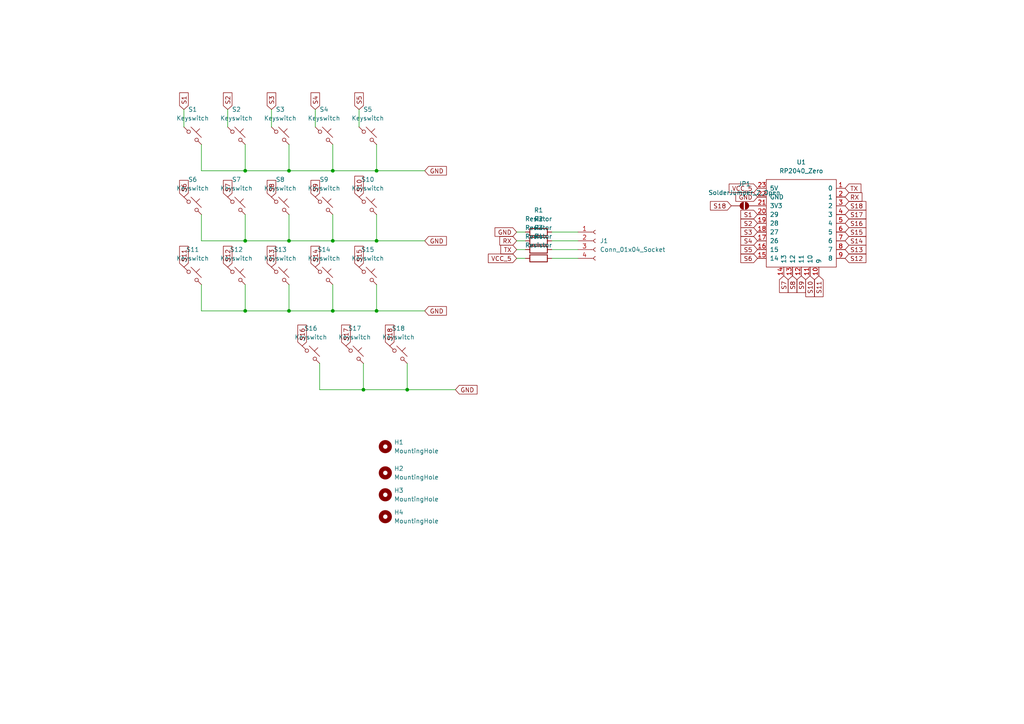
<source format=kicad_sch>
(kicad_sch
	(version 20250114)
	(generator "eeschema")
	(generator_version "9.0")
	(uuid "d345349d-d7f6-41e5-9b74-1dfd980ea579")
	(paper "A4")
	(lib_symbols
		(symbol "Connector:Conn_01x04_Socket"
			(pin_names
				(offset 1.016)
				(hide yes)
			)
			(exclude_from_sim no)
			(in_bom yes)
			(on_board yes)
			(property "Reference" "J"
				(at 0 5.08 0)
				(effects
					(font
						(size 1.27 1.27)
					)
				)
			)
			(property "Value" "Conn_01x04_Socket"
				(at 0 -7.62 0)
				(effects
					(font
						(size 1.27 1.27)
					)
				)
			)
			(property "Footprint" ""
				(at 0 0 0)
				(effects
					(font
						(size 1.27 1.27)
					)
					(hide yes)
				)
			)
			(property "Datasheet" "~"
				(at 0 0 0)
				(effects
					(font
						(size 1.27 1.27)
					)
					(hide yes)
				)
			)
			(property "Description" "Generic connector, single row, 01x04, script generated"
				(at 0 0 0)
				(effects
					(font
						(size 1.27 1.27)
					)
					(hide yes)
				)
			)
			(property "ki_locked" ""
				(at 0 0 0)
				(effects
					(font
						(size 1.27 1.27)
					)
				)
			)
			(property "ki_keywords" "connector"
				(at 0 0 0)
				(effects
					(font
						(size 1.27 1.27)
					)
					(hide yes)
				)
			)
			(property "ki_fp_filters" "Connector*:*_1x??_*"
				(at 0 0 0)
				(effects
					(font
						(size 1.27 1.27)
					)
					(hide yes)
				)
			)
			(symbol "Conn_01x04_Socket_1_1"
				(polyline
					(pts
						(xy -1.27 2.54) (xy -0.508 2.54)
					)
					(stroke
						(width 0.1524)
						(type default)
					)
					(fill
						(type none)
					)
				)
				(polyline
					(pts
						(xy -1.27 0) (xy -0.508 0)
					)
					(stroke
						(width 0.1524)
						(type default)
					)
					(fill
						(type none)
					)
				)
				(polyline
					(pts
						(xy -1.27 -2.54) (xy -0.508 -2.54)
					)
					(stroke
						(width 0.1524)
						(type default)
					)
					(fill
						(type none)
					)
				)
				(polyline
					(pts
						(xy -1.27 -5.08) (xy -0.508 -5.08)
					)
					(stroke
						(width 0.1524)
						(type default)
					)
					(fill
						(type none)
					)
				)
				(arc
					(start 0 2.032)
					(mid -0.5058 2.54)
					(end 0 3.048)
					(stroke
						(width 0.1524)
						(type default)
					)
					(fill
						(type none)
					)
				)
				(arc
					(start 0 -0.508)
					(mid -0.5058 0)
					(end 0 0.508)
					(stroke
						(width 0.1524)
						(type default)
					)
					(fill
						(type none)
					)
				)
				(arc
					(start 0 -3.048)
					(mid -0.5058 -2.54)
					(end 0 -2.032)
					(stroke
						(width 0.1524)
						(type default)
					)
					(fill
						(type none)
					)
				)
				(arc
					(start 0 -5.588)
					(mid -0.5058 -5.08)
					(end 0 -4.572)
					(stroke
						(width 0.1524)
						(type default)
					)
					(fill
						(type none)
					)
				)
				(pin passive line
					(at -5.08 2.54 0)
					(length 3.81)
					(name "Pin_1"
						(effects
							(font
								(size 1.27 1.27)
							)
						)
					)
					(number "1"
						(effects
							(font
								(size 1.27 1.27)
							)
						)
					)
				)
				(pin passive line
					(at -5.08 0 0)
					(length 3.81)
					(name "Pin_2"
						(effects
							(font
								(size 1.27 1.27)
							)
						)
					)
					(number "2"
						(effects
							(font
								(size 1.27 1.27)
							)
						)
					)
				)
				(pin passive line
					(at -5.08 -2.54 0)
					(length 3.81)
					(name "Pin_3"
						(effects
							(font
								(size 1.27 1.27)
							)
						)
					)
					(number "3"
						(effects
							(font
								(size 1.27 1.27)
							)
						)
					)
				)
				(pin passive line
					(at -5.08 -5.08 0)
					(length 3.81)
					(name "Pin_4"
						(effects
							(font
								(size 1.27 1.27)
							)
						)
					)
					(number "4"
						(effects
							(font
								(size 1.27 1.27)
							)
						)
					)
				)
			)
			(embedded_fonts no)
		)
		(symbol "Jumper:SolderJumper_2_Open"
			(pin_numbers
				(hide yes)
			)
			(pin_names
				(offset 0)
				(hide yes)
			)
			(exclude_from_sim no)
			(in_bom no)
			(on_board yes)
			(property "Reference" "JP"
				(at 0 2.032 0)
				(effects
					(font
						(size 1.27 1.27)
					)
				)
			)
			(property "Value" "SolderJumper_2_Open"
				(at 0 -2.54 0)
				(effects
					(font
						(size 1.27 1.27)
					)
				)
			)
			(property "Footprint" ""
				(at 0 0 0)
				(effects
					(font
						(size 1.27 1.27)
					)
					(hide yes)
				)
			)
			(property "Datasheet" "~"
				(at 0 0 0)
				(effects
					(font
						(size 1.27 1.27)
					)
					(hide yes)
				)
			)
			(property "Description" "Solder Jumper, 2-pole, open"
				(at 0 0 0)
				(effects
					(font
						(size 1.27 1.27)
					)
					(hide yes)
				)
			)
			(property "ki_keywords" "solder jumper SPST"
				(at 0 0 0)
				(effects
					(font
						(size 1.27 1.27)
					)
					(hide yes)
				)
			)
			(property "ki_fp_filters" "SolderJumper*Open*"
				(at 0 0 0)
				(effects
					(font
						(size 1.27 1.27)
					)
					(hide yes)
				)
			)
			(symbol "SolderJumper_2_Open_0_1"
				(polyline
					(pts
						(xy -0.254 1.016) (xy -0.254 -1.016)
					)
					(stroke
						(width 0)
						(type default)
					)
					(fill
						(type none)
					)
				)
				(arc
					(start -0.254 -1.016)
					(mid -1.2656 0)
					(end -0.254 1.016)
					(stroke
						(width 0)
						(type default)
					)
					(fill
						(type none)
					)
				)
				(arc
					(start -0.254 -1.016)
					(mid -1.2656 0)
					(end -0.254 1.016)
					(stroke
						(width 0)
						(type default)
					)
					(fill
						(type outline)
					)
				)
				(arc
					(start 0.254 1.016)
					(mid 1.2656 0)
					(end 0.254 -1.016)
					(stroke
						(width 0)
						(type default)
					)
					(fill
						(type none)
					)
				)
				(arc
					(start 0.254 1.016)
					(mid 1.2656 0)
					(end 0.254 -1.016)
					(stroke
						(width 0)
						(type default)
					)
					(fill
						(type outline)
					)
				)
				(polyline
					(pts
						(xy 0.254 1.016) (xy 0.254 -1.016)
					)
					(stroke
						(width 0)
						(type default)
					)
					(fill
						(type none)
					)
				)
			)
			(symbol "SolderJumper_2_Open_1_1"
				(pin passive line
					(at -3.81 0 0)
					(length 2.54)
					(name "A"
						(effects
							(font
								(size 1.27 1.27)
							)
						)
					)
					(number "1"
						(effects
							(font
								(size 1.27 1.27)
							)
						)
					)
				)
				(pin passive line
					(at 3.81 0 180)
					(length 2.54)
					(name "B"
						(effects
							(font
								(size 1.27 1.27)
							)
						)
					)
					(number "2"
						(effects
							(font
								(size 1.27 1.27)
							)
						)
					)
				)
			)
			(embedded_fonts no)
		)
		(symbol "Mechanical:MountingHole"
			(pin_names
				(offset 1.016)
			)
			(exclude_from_sim no)
			(in_bom no)
			(on_board yes)
			(property "Reference" "H"
				(at 0 5.08 0)
				(effects
					(font
						(size 1.27 1.27)
					)
				)
			)
			(property "Value" "MountingHole"
				(at 0 3.175 0)
				(effects
					(font
						(size 1.27 1.27)
					)
				)
			)
			(property "Footprint" ""
				(at 0 0 0)
				(effects
					(font
						(size 1.27 1.27)
					)
					(hide yes)
				)
			)
			(property "Datasheet" "~"
				(at 0 0 0)
				(effects
					(font
						(size 1.27 1.27)
					)
					(hide yes)
				)
			)
			(property "Description" "Mounting Hole without connection"
				(at 0 0 0)
				(effects
					(font
						(size 1.27 1.27)
					)
					(hide yes)
				)
			)
			(property "ki_keywords" "mounting hole"
				(at 0 0 0)
				(effects
					(font
						(size 1.27 1.27)
					)
					(hide yes)
				)
			)
			(property "ki_fp_filters" "MountingHole*"
				(at 0 0 0)
				(effects
					(font
						(size 1.27 1.27)
					)
					(hide yes)
				)
			)
			(symbol "MountingHole_0_1"
				(circle
					(center 0 0)
					(radius 1.27)
					(stroke
						(width 1.27)
						(type default)
					)
					(fill
						(type none)
					)
				)
			)
			(embedded_fonts no)
		)
		(symbol "ScottoKeebs:MCU_RP2040_Zero"
			(pin_names
				(offset 1.016)
			)
			(exclude_from_sim no)
			(in_bom yes)
			(on_board yes)
			(property "Reference" "U"
				(at 0 15.24 0)
				(effects
					(font
						(size 1.27 1.27)
					)
				)
			)
			(property "Value" "RP2040_Zero"
				(at 0 12.7 0)
				(effects
					(font
						(size 1.27 1.27)
					)
				)
			)
			(property "Footprint" "ScottoKeebs_MCU:RP2040_Zero"
				(at -8.89 5.08 0)
				(effects
					(font
						(size 1.27 1.27)
					)
					(hide yes)
				)
			)
			(property "Datasheet" ""
				(at -8.89 5.08 0)
				(effects
					(font
						(size 1.27 1.27)
					)
					(hide yes)
				)
			)
			(property "Description" ""
				(at 0 0 0)
				(effects
					(font
						(size 1.27 1.27)
					)
					(hide yes)
				)
			)
			(symbol "MCU_RP2040_Zero_0_1"
				(rectangle
					(start -10.16 11.43)
					(end 10.16 -13.97)
					(stroke
						(width 0)
						(type default)
					)
					(fill
						(type none)
					)
				)
			)
			(symbol "MCU_RP2040_Zero_1_1"
				(pin power_out line
					(at -12.7 8.89 0)
					(length 2.54)
					(name "5V"
						(effects
							(font
								(size 1.27 1.27)
							)
						)
					)
					(number "23"
						(effects
							(font
								(size 1.27 1.27)
							)
						)
					)
				)
				(pin power_out line
					(at -12.7 6.35 0)
					(length 2.54)
					(name "GND"
						(effects
							(font
								(size 1.27 1.27)
							)
						)
					)
					(number "22"
						(effects
							(font
								(size 1.27 1.27)
							)
						)
					)
				)
				(pin power_out line
					(at -12.7 3.81 0)
					(length 2.54)
					(name "3V3"
						(effects
							(font
								(size 1.27 1.27)
							)
						)
					)
					(number "21"
						(effects
							(font
								(size 1.27 1.27)
							)
						)
					)
				)
				(pin bidirectional line
					(at -12.7 1.27 0)
					(length 2.54)
					(name "29"
						(effects
							(font
								(size 1.27 1.27)
							)
						)
					)
					(number "20"
						(effects
							(font
								(size 1.27 1.27)
							)
						)
					)
				)
				(pin bidirectional line
					(at -12.7 -1.27 0)
					(length 2.54)
					(name "28"
						(effects
							(font
								(size 1.27 1.27)
							)
						)
					)
					(number "19"
						(effects
							(font
								(size 1.27 1.27)
							)
						)
					)
				)
				(pin bidirectional line
					(at -12.7 -3.81 0)
					(length 2.54)
					(name "27"
						(effects
							(font
								(size 1.27 1.27)
							)
						)
					)
					(number "18"
						(effects
							(font
								(size 1.27 1.27)
							)
						)
					)
				)
				(pin bidirectional line
					(at -12.7 -6.35 0)
					(length 2.54)
					(name "26"
						(effects
							(font
								(size 1.27 1.27)
							)
						)
					)
					(number "17"
						(effects
							(font
								(size 1.27 1.27)
							)
						)
					)
				)
				(pin bidirectional line
					(at -12.7 -8.89 0)
					(length 2.54)
					(name "15"
						(effects
							(font
								(size 1.27 1.27)
							)
						)
					)
					(number "16"
						(effects
							(font
								(size 1.27 1.27)
							)
						)
					)
				)
				(pin bidirectional line
					(at -12.7 -11.43 0)
					(length 2.54)
					(name "14"
						(effects
							(font
								(size 1.27 1.27)
							)
						)
					)
					(number "15"
						(effects
							(font
								(size 1.27 1.27)
							)
						)
					)
				)
				(pin bidirectional line
					(at -5.08 -16.51 90)
					(length 2.54)
					(name "13"
						(effects
							(font
								(size 1.27 1.27)
							)
						)
					)
					(number "14"
						(effects
							(font
								(size 1.27 1.27)
							)
						)
					)
				)
				(pin bidirectional line
					(at -2.54 -16.51 90)
					(length 2.54)
					(name "12"
						(effects
							(font
								(size 1.27 1.27)
							)
						)
					)
					(number "13"
						(effects
							(font
								(size 1.27 1.27)
							)
						)
					)
				)
				(pin bidirectional line
					(at 0 -16.51 90)
					(length 2.54)
					(name "11"
						(effects
							(font
								(size 1.27 1.27)
							)
						)
					)
					(number "12"
						(effects
							(font
								(size 1.27 1.27)
							)
						)
					)
				)
				(pin bidirectional line
					(at 2.54 -16.51 90)
					(length 2.54)
					(name "10"
						(effects
							(font
								(size 1.27 1.27)
							)
						)
					)
					(number "11"
						(effects
							(font
								(size 1.27 1.27)
							)
						)
					)
				)
				(pin bidirectional line
					(at 5.08 -16.51 90)
					(length 2.54)
					(name "9"
						(effects
							(font
								(size 1.27 1.27)
							)
						)
					)
					(number "10"
						(effects
							(font
								(size 1.27 1.27)
							)
						)
					)
				)
				(pin bidirectional line
					(at 12.7 8.89 180)
					(length 2.54)
					(name "0"
						(effects
							(font
								(size 1.27 1.27)
							)
						)
					)
					(number "1"
						(effects
							(font
								(size 1.27 1.27)
							)
						)
					)
				)
				(pin bidirectional line
					(at 12.7 6.35 180)
					(length 2.54)
					(name "1"
						(effects
							(font
								(size 1.27 1.27)
							)
						)
					)
					(number "2"
						(effects
							(font
								(size 1.27 1.27)
							)
						)
					)
				)
				(pin bidirectional line
					(at 12.7 3.81 180)
					(length 2.54)
					(name "2"
						(effects
							(font
								(size 1.27 1.27)
							)
						)
					)
					(number "3"
						(effects
							(font
								(size 1.27 1.27)
							)
						)
					)
				)
				(pin bidirectional line
					(at 12.7 1.27 180)
					(length 2.54)
					(name "3"
						(effects
							(font
								(size 1.27 1.27)
							)
						)
					)
					(number "4"
						(effects
							(font
								(size 1.27 1.27)
							)
						)
					)
				)
				(pin bidirectional line
					(at 12.7 -1.27 180)
					(length 2.54)
					(name "4"
						(effects
							(font
								(size 1.27 1.27)
							)
						)
					)
					(number "5"
						(effects
							(font
								(size 1.27 1.27)
							)
						)
					)
				)
				(pin bidirectional line
					(at 12.7 -3.81 180)
					(length 2.54)
					(name "5"
						(effects
							(font
								(size 1.27 1.27)
							)
						)
					)
					(number "6"
						(effects
							(font
								(size 1.27 1.27)
							)
						)
					)
				)
				(pin bidirectional line
					(at 12.7 -6.35 180)
					(length 2.54)
					(name "6"
						(effects
							(font
								(size 1.27 1.27)
							)
						)
					)
					(number "7"
						(effects
							(font
								(size 1.27 1.27)
							)
						)
					)
				)
				(pin bidirectional line
					(at 12.7 -8.89 180)
					(length 2.54)
					(name "7"
						(effects
							(font
								(size 1.27 1.27)
							)
						)
					)
					(number "8"
						(effects
							(font
								(size 1.27 1.27)
							)
						)
					)
				)
				(pin bidirectional line
					(at 12.7 -11.43 180)
					(length 2.54)
					(name "8"
						(effects
							(font
								(size 1.27 1.27)
							)
						)
					)
					(number "9"
						(effects
							(font
								(size 1.27 1.27)
							)
						)
					)
				)
			)
			(embedded_fonts no)
		)
		(symbol "ScottoKeebs:Placeholder_Keyswitch"
			(pin_numbers
				(hide yes)
			)
			(pin_names
				(offset 1.016)
				(hide yes)
			)
			(exclude_from_sim no)
			(in_bom yes)
			(on_board yes)
			(property "Reference" "S"
				(at 3.048 1.016 0)
				(effects
					(font
						(size 1.27 1.27)
					)
					(justify left)
				)
			)
			(property "Value" "Keyswitch"
				(at 0 -3.81 0)
				(effects
					(font
						(size 1.27 1.27)
					)
				)
			)
			(property "Footprint" ""
				(at 0 0 0)
				(effects
					(font
						(size 1.27 1.27)
					)
					(hide yes)
				)
			)
			(property "Datasheet" "~"
				(at 0 0 0)
				(effects
					(font
						(size 1.27 1.27)
					)
					(hide yes)
				)
			)
			(property "Description" "Push button switch, normally open, two pins, 45° tilted"
				(at 0 0 0)
				(effects
					(font
						(size 1.27 1.27)
					)
					(hide yes)
				)
			)
			(property "ki_keywords" "switch normally-open pushbutton push-button"
				(at 0 0 0)
				(effects
					(font
						(size 1.27 1.27)
					)
					(hide yes)
				)
			)
			(symbol "Placeholder_Keyswitch_0_1"
				(polyline
					(pts
						(xy -2.54 2.54) (xy -1.524 1.524) (xy -1.524 1.524)
					)
					(stroke
						(width 0)
						(type default)
					)
					(fill
						(type none)
					)
				)
				(circle
					(center -1.1684 1.1684)
					(radius 0.508)
					(stroke
						(width 0)
						(type default)
					)
					(fill
						(type none)
					)
				)
				(polyline
					(pts
						(xy -0.508 2.54) (xy 2.54 -0.508)
					)
					(stroke
						(width 0)
						(type default)
					)
					(fill
						(type none)
					)
				)
				(polyline
					(pts
						(xy 1.016 1.016) (xy 2.032 2.032)
					)
					(stroke
						(width 0)
						(type default)
					)
					(fill
						(type none)
					)
				)
				(circle
					(center 1.143 -1.1938)
					(radius 0.508)
					(stroke
						(width 0)
						(type default)
					)
					(fill
						(type none)
					)
				)
				(polyline
					(pts
						(xy 1.524 -1.524) (xy 2.54 -2.54) (xy 2.54 -2.54) (xy 2.54 -2.54)
					)
					(stroke
						(width 0)
						(type default)
					)
					(fill
						(type none)
					)
				)
				(pin passive line
					(at -2.54 2.54 0)
					(length 0)
					(name "1"
						(effects
							(font
								(size 1.27 1.27)
							)
						)
					)
					(number "1"
						(effects
							(font
								(size 1.27 1.27)
							)
						)
					)
				)
				(pin passive line
					(at 2.54 -2.54 180)
					(length 0)
					(name "2"
						(effects
							(font
								(size 1.27 1.27)
							)
						)
					)
					(number "2"
						(effects
							(font
								(size 1.27 1.27)
							)
						)
					)
				)
			)
			(embedded_fonts no)
		)
		(symbol "ScottoKeebs:Placeholder_Resistor"
			(pin_numbers
				(hide yes)
			)
			(pin_names
				(offset 0)
			)
			(exclude_from_sim no)
			(in_bom yes)
			(on_board yes)
			(property "Reference" "R"
				(at 0 2.032 0)
				(effects
					(font
						(size 1.27 1.27)
					)
				)
			)
			(property "Value" "Resistor"
				(at 0 -2.54 0)
				(effects
					(font
						(size 1.27 1.27)
					)
				)
			)
			(property "Footprint" ""
				(at 0 -1.778 0)
				(effects
					(font
						(size 1.27 1.27)
					)
					(hide yes)
				)
			)
			(property "Datasheet" "~"
				(at 0 0 90)
				(effects
					(font
						(size 1.27 1.27)
					)
					(hide yes)
				)
			)
			(property "Description" "Resistor"
				(at 0 0 0)
				(effects
					(font
						(size 1.27 1.27)
					)
					(hide yes)
				)
			)
			(property "ki_keywords" "R res resistor"
				(at 0 0 0)
				(effects
					(font
						(size 1.27 1.27)
					)
					(hide yes)
				)
			)
			(property "ki_fp_filters" "R_*"
				(at 0 0 0)
				(effects
					(font
						(size 1.27 1.27)
					)
					(hide yes)
				)
			)
			(symbol "Placeholder_Resistor_0_1"
				(rectangle
					(start 2.54 -1.016)
					(end -2.54 1.016)
					(stroke
						(width 0.254)
						(type default)
					)
					(fill
						(type none)
					)
				)
			)
			(symbol "Placeholder_Resistor_1_1"
				(pin passive line
					(at -3.81 0 0)
					(length 1.27)
					(name "~"
						(effects
							(font
								(size 1.27 1.27)
							)
						)
					)
					(number "1"
						(effects
							(font
								(size 1.27 1.27)
							)
						)
					)
				)
				(pin passive line
					(at 3.81 0 180)
					(length 1.27)
					(name "~"
						(effects
							(font
								(size 1.27 1.27)
							)
						)
					)
					(number "2"
						(effects
							(font
								(size 1.27 1.27)
							)
						)
					)
				)
			)
			(embedded_fonts no)
		)
	)
	(junction
		(at 83.82 69.85)
		(diameter 0)
		(color 0 0 0 0)
		(uuid "19081c9e-51e5-4d72-b198-9231baca104f")
	)
	(junction
		(at 105.41 113.03)
		(diameter 0)
		(color 0 0 0 0)
		(uuid "1a3a9bb9-8777-428b-985a-aead0475fa14")
	)
	(junction
		(at 71.12 90.17)
		(diameter 0)
		(color 0 0 0 0)
		(uuid "20398b00-3de8-4fa6-ade7-5f8af4f48173")
	)
	(junction
		(at 96.52 90.17)
		(diameter 0)
		(color 0 0 0 0)
		(uuid "29f96802-41de-4ca2-95be-4fea85da73ff")
	)
	(junction
		(at 83.82 49.53)
		(diameter 0)
		(color 0 0 0 0)
		(uuid "6b106d4e-db51-46eb-8a89-7dafa5979813")
	)
	(junction
		(at 96.52 69.85)
		(diameter 0)
		(color 0 0 0 0)
		(uuid "7a9fdbad-dbb5-4e07-b365-012a25729be2")
	)
	(junction
		(at 83.82 90.17)
		(diameter 0)
		(color 0 0 0 0)
		(uuid "7cd66467-7e3d-49a3-b4bc-3c3461f670ec")
	)
	(junction
		(at 71.12 49.53)
		(diameter 0)
		(color 0 0 0 0)
		(uuid "97fc2be0-6886-4271-9a4c-98e96649df61")
	)
	(junction
		(at 109.22 49.53)
		(diameter 0)
		(color 0 0 0 0)
		(uuid "a10d7ac8-b12d-4e05-94d0-4c73897733ee")
	)
	(junction
		(at 96.52 49.53)
		(diameter 0)
		(color 0 0 0 0)
		(uuid "d430bcfc-8447-4860-9ccb-e68c6f857c3c")
	)
	(junction
		(at 118.11 113.03)
		(diameter 0)
		(color 0 0 0 0)
		(uuid "da836a29-e307-40f5-b9c4-fadbf6c5739c")
	)
	(junction
		(at 109.22 69.85)
		(diameter 0)
		(color 0 0 0 0)
		(uuid "f0bb7a74-c5c9-4d11-a9ca-b04552297671")
	)
	(junction
		(at 71.12 69.85)
		(diameter 0)
		(color 0 0 0 0)
		(uuid "f46680a7-7159-496c-97fc-74b22083d6e9")
	)
	(junction
		(at 109.22 90.17)
		(diameter 0)
		(color 0 0 0 0)
		(uuid "f492d74c-8401-4369-a0bf-0037952c22ba")
	)
	(wire
		(pts
			(xy 160.02 67.31) (xy 167.64 67.31)
		)
		(stroke
			(width 0)
			(type default)
		)
		(uuid "0e3eddc9-4c16-484e-9932-88c6f6f6ef7f")
	)
	(wire
		(pts
			(xy 83.82 90.17) (xy 96.52 90.17)
		)
		(stroke
			(width 0)
			(type default)
		)
		(uuid "12ebc5e0-a82a-462a-8d1a-b02dc9cab7fa")
	)
	(wire
		(pts
			(xy 83.82 82.55) (xy 83.82 90.17)
		)
		(stroke
			(width 0)
			(type default)
		)
		(uuid "16ef2593-b210-4c27-91ae-a048b016a5fb")
	)
	(wire
		(pts
			(xy 109.22 41.91) (xy 109.22 49.53)
		)
		(stroke
			(width 0)
			(type default)
		)
		(uuid "177e6bc5-e067-40aa-84f7-054a8668ad4c")
	)
	(wire
		(pts
			(xy 149.86 69.85) (xy 152.4 69.85)
		)
		(stroke
			(width 0)
			(type default)
		)
		(uuid "17c47768-f89e-406c-a90f-daeb133fab5d")
	)
	(wire
		(pts
			(xy 71.12 90.17) (xy 83.82 90.17)
		)
		(stroke
			(width 0)
			(type default)
		)
		(uuid "18ac9ff2-1d30-49ff-a474-156cf18c6a85")
	)
	(wire
		(pts
			(xy 66.04 31.75) (xy 66.04 36.83)
		)
		(stroke
			(width 0)
			(type default)
		)
		(uuid "192550d6-881b-4410-bf01-380131d999a1")
	)
	(wire
		(pts
			(xy 83.82 49.53) (xy 96.52 49.53)
		)
		(stroke
			(width 0)
			(type default)
		)
		(uuid "1e0238f4-6192-4759-945c-4703698d4793")
	)
	(wire
		(pts
			(xy 58.42 41.91) (xy 58.42 49.53)
		)
		(stroke
			(width 0)
			(type default)
		)
		(uuid "229b6f5e-7d2f-4542-8a74-3ab72cf563be")
	)
	(wire
		(pts
			(xy 58.42 62.23) (xy 58.42 69.85)
		)
		(stroke
			(width 0)
			(type default)
		)
		(uuid "29e40b02-17e2-4acf-88fe-45ed706313d2")
	)
	(wire
		(pts
			(xy 105.41 105.41) (xy 105.41 113.03)
		)
		(stroke
			(width 0)
			(type default)
		)
		(uuid "34ca8f36-ed23-4932-9dfb-c74a7b753bbd")
	)
	(wire
		(pts
			(xy 118.11 105.41) (xy 118.11 113.03)
		)
		(stroke
			(width 0)
			(type default)
		)
		(uuid "39edae45-34dc-43e1-9489-dfbf1c30098c")
	)
	(wire
		(pts
			(xy 96.52 49.53) (xy 109.22 49.53)
		)
		(stroke
			(width 0)
			(type default)
		)
		(uuid "47811953-909b-4589-80c9-f4ae1fd6cedc")
	)
	(wire
		(pts
			(xy 92.71 105.41) (xy 92.71 113.03)
		)
		(stroke
			(width 0)
			(type default)
		)
		(uuid "52b41bf7-3af1-46af-b169-651b0ab84ed4")
	)
	(wire
		(pts
			(xy 109.22 82.55) (xy 109.22 90.17)
		)
		(stroke
			(width 0)
			(type default)
		)
		(uuid "5806d44e-5590-41a6-a916-adfa3829c9da")
	)
	(wire
		(pts
			(xy 78.74 31.75) (xy 78.74 36.83)
		)
		(stroke
			(width 0)
			(type default)
		)
		(uuid "60b8d570-cd79-4c05-ae33-ccb2af413be1")
	)
	(wire
		(pts
			(xy 96.52 62.23) (xy 96.52 69.85)
		)
		(stroke
			(width 0)
			(type default)
		)
		(uuid "6561efeb-0e58-4c01-bdff-3b6c3727655c")
	)
	(wire
		(pts
			(xy 109.22 69.85) (xy 123.19 69.85)
		)
		(stroke
			(width 0)
			(type default)
		)
		(uuid "797a6ad7-a280-4c71-8565-199a54e9bfad")
	)
	(wire
		(pts
			(xy 149.86 67.31) (xy 152.4 67.31)
		)
		(stroke
			(width 0)
			(type default)
		)
		(uuid "7e0cb6ff-c065-4e9e-a21c-94f0bc5a26d6")
	)
	(wire
		(pts
			(xy 109.22 90.17) (xy 123.19 90.17)
		)
		(stroke
			(width 0)
			(type default)
		)
		(uuid "8aa29aa1-3a86-4be1-bd21-5c3fcf38f446")
	)
	(wire
		(pts
			(xy 83.82 41.91) (xy 83.82 49.53)
		)
		(stroke
			(width 0)
			(type default)
		)
		(uuid "8f13b137-a65b-4965-99eb-ed6b69e23e15")
	)
	(wire
		(pts
			(xy 96.52 82.55) (xy 96.52 90.17)
		)
		(stroke
			(width 0)
			(type default)
		)
		(uuid "90e7c0e9-50da-4a6f-a3df-387ebc20fda7")
	)
	(wire
		(pts
			(xy 96.52 69.85) (xy 109.22 69.85)
		)
		(stroke
			(width 0)
			(type default)
		)
		(uuid "95600b44-0a47-49de-b6d2-6c210aa34074")
	)
	(wire
		(pts
			(xy 105.41 113.03) (xy 118.11 113.03)
		)
		(stroke
			(width 0)
			(type default)
		)
		(uuid "97683b10-82f1-495f-beba-87cd8e4d091a")
	)
	(wire
		(pts
			(xy 58.42 49.53) (xy 71.12 49.53)
		)
		(stroke
			(width 0)
			(type default)
		)
		(uuid "a37454a5-7386-41b8-9e80-b1babeda4ef8")
	)
	(wire
		(pts
			(xy 160.02 74.93) (xy 167.64 74.93)
		)
		(stroke
			(width 0)
			(type default)
		)
		(uuid "a798ffc4-205b-4e6f-973a-89acfef7d75b")
	)
	(wire
		(pts
			(xy 71.12 82.55) (xy 71.12 90.17)
		)
		(stroke
			(width 0)
			(type default)
		)
		(uuid "a805e7e6-9add-4097-ad7e-d4209c9ad2a0")
	)
	(wire
		(pts
			(xy 53.34 31.75) (xy 53.34 36.83)
		)
		(stroke
			(width 0)
			(type default)
		)
		(uuid "acdc7f83-1ec2-47fa-ae37-e9ace4903ab9")
	)
	(wire
		(pts
			(xy 118.11 113.03) (xy 132.08 113.03)
		)
		(stroke
			(width 0)
			(type default)
		)
		(uuid "b16372b5-10ec-4bb6-bc22-1892c4f745b8")
	)
	(wire
		(pts
			(xy 58.42 82.55) (xy 58.42 90.17)
		)
		(stroke
			(width 0)
			(type default)
		)
		(uuid "b213b061-5d71-4cdd-8073-939562d10894")
	)
	(wire
		(pts
			(xy 58.42 90.17) (xy 71.12 90.17)
		)
		(stroke
			(width 0)
			(type default)
		)
		(uuid "b4a2226f-42b9-4e22-9fed-ea8a08ae62ab")
	)
	(wire
		(pts
			(xy 149.86 74.93) (xy 152.4 74.93)
		)
		(stroke
			(width 0)
			(type default)
		)
		(uuid "b630af5a-73be-4483-b202-9b0e1433958b")
	)
	(wire
		(pts
			(xy 71.12 62.23) (xy 71.12 69.85)
		)
		(stroke
			(width 0)
			(type default)
		)
		(uuid "b79da6aa-aad5-4e5e-b94b-68500ef0a157")
	)
	(wire
		(pts
			(xy 71.12 49.53) (xy 83.82 49.53)
		)
		(stroke
			(width 0)
			(type default)
		)
		(uuid "bd0244c4-b1b7-478e-b9d4-4b40fc4c0332")
	)
	(wire
		(pts
			(xy 96.52 90.17) (xy 109.22 90.17)
		)
		(stroke
			(width 0)
			(type default)
		)
		(uuid "bd252b80-f40e-461d-a214-79d9c292f38e")
	)
	(wire
		(pts
			(xy 91.44 31.75) (xy 91.44 36.83)
		)
		(stroke
			(width 0)
			(type default)
		)
		(uuid "be015abd-fe5f-4b75-889c-ac484e33d364")
	)
	(wire
		(pts
			(xy 58.42 69.85) (xy 71.12 69.85)
		)
		(stroke
			(width 0)
			(type default)
		)
		(uuid "c045e92c-c630-4556-9c74-1cf7827fbddc")
	)
	(wire
		(pts
			(xy 92.71 113.03) (xy 105.41 113.03)
		)
		(stroke
			(width 0)
			(type default)
		)
		(uuid "c28328ba-e17c-4844-a53f-8aaa0f889322")
	)
	(wire
		(pts
			(xy 104.14 31.75) (xy 104.14 36.83)
		)
		(stroke
			(width 0)
			(type default)
		)
		(uuid "c5fccf80-0595-4b9a-85aa-56d2769b0789")
	)
	(wire
		(pts
			(xy 109.22 62.23) (xy 109.22 69.85)
		)
		(stroke
			(width 0)
			(type default)
		)
		(uuid "c9e6eb94-a239-408c-bd64-b94864fc551d")
	)
	(wire
		(pts
			(xy 83.82 69.85) (xy 96.52 69.85)
		)
		(stroke
			(width 0)
			(type default)
		)
		(uuid "ccff3653-3d34-4f40-be9e-02ebc2d9162f")
	)
	(wire
		(pts
			(xy 160.02 72.39) (xy 167.64 72.39)
		)
		(stroke
			(width 0)
			(type default)
		)
		(uuid "cd04f22a-dda6-4599-8a74-edc3b299e06f")
	)
	(wire
		(pts
			(xy 109.22 49.53) (xy 123.19 49.53)
		)
		(stroke
			(width 0)
			(type default)
		)
		(uuid "d7312fde-ea3c-444c-83e5-77aa07dcf65f")
	)
	(wire
		(pts
			(xy 160.02 69.85) (xy 167.64 69.85)
		)
		(stroke
			(width 0)
			(type default)
		)
		(uuid "ddc6fdbd-81c4-4134-bc94-ee4124a60f97")
	)
	(wire
		(pts
			(xy 71.12 41.91) (xy 71.12 49.53)
		)
		(stroke
			(width 0)
			(type default)
		)
		(uuid "dec27f97-8d8c-46c3-b159-7c644f1ae74c")
	)
	(wire
		(pts
			(xy 83.82 62.23) (xy 83.82 69.85)
		)
		(stroke
			(width 0)
			(type default)
		)
		(uuid "e520fc15-9932-4d23-bdff-79fcc7b938a1")
	)
	(wire
		(pts
			(xy 71.12 69.85) (xy 83.82 69.85)
		)
		(stroke
			(width 0)
			(type default)
		)
		(uuid "ea20ea4e-720b-49c5-9e40-e944ea203062")
	)
	(wire
		(pts
			(xy 149.86 72.39) (xy 152.4 72.39)
		)
		(stroke
			(width 0)
			(type default)
		)
		(uuid "ebeda5e3-8533-4ba5-a49a-d383891ea3be")
	)
	(wire
		(pts
			(xy 96.52 41.91) (xy 96.52 49.53)
		)
		(stroke
			(width 0)
			(type default)
		)
		(uuid "f20ce645-12e2-454a-b7f2-73692475ae1c")
	)
	(global_label "S18"
		(shape input)
		(at 113.03 100.33 90)
		(fields_autoplaced yes)
		(effects
			(font
				(size 1.27 1.27)
			)
			(justify left)
		)
		(uuid "03949198-bd7c-45b8-823e-aff2fa261968")
		(property "Intersheetrefs" "${INTERSHEET_REFS}"
			(at 113.03 93.7163 90)
			(effects
				(font
					(size 1.27 1.27)
				)
				(justify left)
				(hide yes)
			)
		)
	)
	(global_label "S15"
		(shape input)
		(at 245.11 67.31 0)
		(fields_autoplaced yes)
		(effects
			(font
				(size 1.27 1.27)
			)
			(justify left)
		)
		(uuid "10c53f24-3265-44a4-9a83-9271d268fdd8")
		(property "Intersheetrefs" "${INTERSHEET_REFS}"
			(at 251.7237 67.31 0)
			(effects
				(font
					(size 1.27 1.27)
				)
				(justify left)
				(hide yes)
			)
		)
	)
	(global_label "GND"
		(shape input)
		(at 149.86 67.31 180)
		(fields_autoplaced yes)
		(effects
			(font
				(size 1.27 1.27)
			)
			(justify right)
		)
		(uuid "1cb852ed-72ca-4e50-9665-8b248615bc1a")
		(property "Intersheetrefs" "${INTERSHEET_REFS}"
			(at 143.0043 67.31 0)
			(effects
				(font
					(size 1.27 1.27)
				)
				(justify right)
				(hide yes)
			)
		)
	)
	(global_label "S1"
		(shape input)
		(at 219.71 62.23 180)
		(fields_autoplaced yes)
		(effects
			(font
				(size 1.27 1.27)
			)
			(justify right)
		)
		(uuid "1e899d4a-24d1-4bbb-9b3a-428fb531c60f")
		(property "Intersheetrefs" "${INTERSHEET_REFS}"
			(at 214.3058 62.23 0)
			(effects
				(font
					(size 1.27 1.27)
				)
				(justify right)
				(hide yes)
			)
		)
	)
	(global_label "S3"
		(shape input)
		(at 78.74 31.75 90)
		(fields_autoplaced yes)
		(effects
			(font
				(size 1.27 1.27)
			)
			(justify left)
		)
		(uuid "1fa4b9f4-9e7b-4281-acf4-43122af0c890")
		(property "Intersheetrefs" "${INTERSHEET_REFS}"
			(at 78.74 26.3458 90)
			(effects
				(font
					(size 1.27 1.27)
				)
				(justify left)
				(hide yes)
			)
		)
	)
	(global_label "S1"
		(shape input)
		(at 53.34 31.75 90)
		(fields_autoplaced yes)
		(effects
			(font
				(size 1.27 1.27)
			)
			(justify left)
		)
		(uuid "201f16f0-f423-4733-a714-2253d21066e1")
		(property "Intersheetrefs" "${INTERSHEET_REFS}"
			(at 53.34 26.3458 90)
			(effects
				(font
					(size 1.27 1.27)
				)
				(justify left)
				(hide yes)
			)
		)
	)
	(global_label "TX"
		(shape input)
		(at 245.11 54.61 0)
		(fields_autoplaced yes)
		(effects
			(font
				(size 1.27 1.27)
			)
			(justify left)
		)
		(uuid "24f15844-11dd-430f-9a66-4d21e01038e8")
		(property "Intersheetrefs" "${INTERSHEET_REFS}"
			(at 250.2723 54.61 0)
			(effects
				(font
					(size 1.27 1.27)
				)
				(justify left)
				(hide yes)
			)
		)
	)
	(global_label "S12"
		(shape input)
		(at 66.04 77.47 90)
		(fields_autoplaced yes)
		(effects
			(font
				(size 1.27 1.27)
			)
			(justify left)
		)
		(uuid "259958a8-9950-4004-83f6-7d694f939628")
		(property "Intersheetrefs" "${INTERSHEET_REFS}"
			(at 66.04 70.8563 90)
			(effects
				(font
					(size 1.27 1.27)
				)
				(justify left)
				(hide yes)
			)
		)
	)
	(global_label "S6"
		(shape input)
		(at 53.34 57.15 90)
		(fields_autoplaced yes)
		(effects
			(font
				(size 1.27 1.27)
			)
			(justify left)
		)
		(uuid "27652053-c543-4c7a-bd4d-ecc3d4e7aac1")
		(property "Intersheetrefs" "${INTERSHEET_REFS}"
			(at 53.34 51.7458 90)
			(effects
				(font
					(size 1.27 1.27)
				)
				(justify left)
				(hide yes)
			)
		)
	)
	(global_label "S10"
		(shape input)
		(at 234.95 80.01 270)
		(fields_autoplaced yes)
		(effects
			(font
				(size 1.27 1.27)
			)
			(justify right)
		)
		(uuid "2f727e00-5e31-4d04-99c8-311cc649eaf3")
		(property "Intersheetrefs" "${INTERSHEET_REFS}"
			(at 234.95 86.6237 90)
			(effects
				(font
					(size 1.27 1.27)
				)
				(justify right)
				(hide yes)
			)
		)
	)
	(global_label "GND"
		(shape input)
		(at 219.71 57.15 180)
		(fields_autoplaced yes)
		(effects
			(font
				(size 1.27 1.27)
			)
			(justify right)
		)
		(uuid "39b32604-5378-46e3-b027-4e4e19d22f73")
		(property "Intersheetrefs" "${INTERSHEET_REFS}"
			(at 212.8543 57.15 0)
			(effects
				(font
					(size 1.27 1.27)
				)
				(justify right)
				(hide yes)
			)
		)
	)
	(global_label "VCC_5"
		(shape input)
		(at 219.71 54.61 180)
		(fields_autoplaced yes)
		(effects
			(font
				(size 1.27 1.27)
			)
			(justify right)
		)
		(uuid "3aff4621-fc5c-4413-971c-f96a9cf34e12")
		(property "Intersheetrefs" "${INTERSHEET_REFS}"
			(at 210.9191 54.61 0)
			(effects
				(font
					(size 1.27 1.27)
				)
				(justify right)
				(hide yes)
			)
		)
	)
	(global_label "S11"
		(shape input)
		(at 53.34 77.47 90)
		(fields_autoplaced yes)
		(effects
			(font
				(size 1.27 1.27)
			)
			(justify left)
		)
		(uuid "415fcffa-27de-49fb-b273-36bc6cd254c6")
		(property "Intersheetrefs" "${INTERSHEET_REFS}"
			(at 53.34 70.8563 90)
			(effects
				(font
					(size 1.27 1.27)
				)
				(justify left)
				(hide yes)
			)
		)
	)
	(global_label "RX"
		(shape input)
		(at 149.86 69.85 180)
		(fields_autoplaced yes)
		(effects
			(font
				(size 1.27 1.27)
			)
			(justify right)
		)
		(uuid "4359070d-94e4-433e-b8a9-ea65236b195c")
		(property "Intersheetrefs" "${INTERSHEET_REFS}"
			(at 144.3953 69.85 0)
			(effects
				(font
					(size 1.27 1.27)
				)
				(justify right)
				(hide yes)
			)
		)
	)
	(global_label "S8"
		(shape input)
		(at 78.74 57.15 90)
		(fields_autoplaced yes)
		(effects
			(font
				(size 1.27 1.27)
			)
			(justify left)
		)
		(uuid "43934922-3ea2-42fd-9a86-9efd78f687f4")
		(property "Intersheetrefs" "${INTERSHEET_REFS}"
			(at 78.74 51.7458 90)
			(effects
				(font
					(size 1.27 1.27)
				)
				(justify left)
				(hide yes)
			)
		)
	)
	(global_label "GND"
		(shape input)
		(at 123.19 49.53 0)
		(fields_autoplaced yes)
		(effects
			(font
				(size 1.27 1.27)
			)
			(justify left)
		)
		(uuid "4621da02-103d-4593-8721-ca83b9256c73")
		(property "Intersheetrefs" "${INTERSHEET_REFS}"
			(at 130.0457 49.53 0)
			(effects
				(font
					(size 1.27 1.27)
				)
				(justify left)
				(hide yes)
			)
		)
	)
	(global_label "S7"
		(shape input)
		(at 66.04 57.15 90)
		(fields_autoplaced yes)
		(effects
			(font
				(size 1.27 1.27)
			)
			(justify left)
		)
		(uuid "523186a4-c195-40fa-9f7e-5eca4cd19018")
		(property "Intersheetrefs" "${INTERSHEET_REFS}"
			(at 66.04 51.7458 90)
			(effects
				(font
					(size 1.27 1.27)
				)
				(justify left)
				(hide yes)
			)
		)
	)
	(global_label "S14"
		(shape input)
		(at 91.44 77.47 90)
		(fields_autoplaced yes)
		(effects
			(font
				(size 1.27 1.27)
			)
			(justify left)
		)
		(uuid "56722ac3-9844-4800-8814-b37ee8bfe48e")
		(property "Intersheetrefs" "${INTERSHEET_REFS}"
			(at 91.44 70.8563 90)
			(effects
				(font
					(size 1.27 1.27)
				)
				(justify left)
				(hide yes)
			)
		)
	)
	(global_label "S5"
		(shape input)
		(at 104.14 31.75 90)
		(fields_autoplaced yes)
		(effects
			(font
				(size 1.27 1.27)
			)
			(justify left)
		)
		(uuid "577f00d5-7693-4b9d-b19d-22799ab898e0")
		(property "Intersheetrefs" "${INTERSHEET_REFS}"
			(at 104.14 26.3458 90)
			(effects
				(font
					(size 1.27 1.27)
				)
				(justify left)
				(hide yes)
			)
		)
	)
	(global_label "S15"
		(shape input)
		(at 104.14 77.47 90)
		(fields_autoplaced yes)
		(effects
			(font
				(size 1.27 1.27)
			)
			(justify left)
		)
		(uuid "5a357ecb-ff7a-44d9-9304-135437c18553")
		(property "Intersheetrefs" "${INTERSHEET_REFS}"
			(at 104.14 70.8563 90)
			(effects
				(font
					(size 1.27 1.27)
				)
				(justify left)
				(hide yes)
			)
		)
	)
	(global_label "S4"
		(shape input)
		(at 219.71 69.85 180)
		(fields_autoplaced yes)
		(effects
			(font
				(size 1.27 1.27)
			)
			(justify right)
		)
		(uuid "5f0a1abd-77cc-4d45-9bed-126740f236c5")
		(property "Intersheetrefs" "${INTERSHEET_REFS}"
			(at 214.3058 69.85 0)
			(effects
				(font
					(size 1.27 1.27)
				)
				(justify right)
				(hide yes)
			)
		)
	)
	(global_label "S12"
		(shape input)
		(at 245.11 74.93 0)
		(fields_autoplaced yes)
		(effects
			(font
				(size 1.27 1.27)
			)
			(justify left)
		)
		(uuid "649ae060-d670-412a-b0e9-e6b0e1b8e9ef")
		(property "Intersheetrefs" "${INTERSHEET_REFS}"
			(at 251.7237 74.93 0)
			(effects
				(font
					(size 1.27 1.27)
				)
				(justify left)
				(hide yes)
			)
		)
	)
	(global_label "S10"
		(shape input)
		(at 104.14 57.15 90)
		(fields_autoplaced yes)
		(effects
			(font
				(size 1.27 1.27)
			)
			(justify left)
		)
		(uuid "70e2c91a-63b5-42e6-a952-3a47ab1fb1f3")
		(property "Intersheetrefs" "${INTERSHEET_REFS}"
			(at 104.14 50.5363 90)
			(effects
				(font
					(size 1.27 1.27)
				)
				(justify left)
				(hide yes)
			)
		)
	)
	(global_label "S5"
		(shape input)
		(at 219.71 72.39 180)
		(fields_autoplaced yes)
		(effects
			(font
				(size 1.27 1.27)
			)
			(justify right)
		)
		(uuid "77512f55-1960-4e36-abb6-6a9d1fa25440")
		(property "Intersheetrefs" "${INTERSHEET_REFS}"
			(at 214.3058 72.39 0)
			(effects
				(font
					(size 1.27 1.27)
				)
				(justify right)
				(hide yes)
			)
		)
	)
	(global_label "S14"
		(shape input)
		(at 245.11 69.85 0)
		(fields_autoplaced yes)
		(effects
			(font
				(size 1.27 1.27)
			)
			(justify left)
		)
		(uuid "84e69959-802a-4142-8712-43784a4b43f5")
		(property "Intersheetrefs" "${INTERSHEET_REFS}"
			(at 251.7237 69.85 0)
			(effects
				(font
					(size 1.27 1.27)
				)
				(justify left)
				(hide yes)
			)
		)
	)
	(global_label "S6"
		(shape input)
		(at 219.71 74.93 180)
		(fields_autoplaced yes)
		(effects
			(font
				(size 1.27 1.27)
			)
			(justify right)
		)
		(uuid "891805db-c88f-44b5-a9a7-7fc661f4f817")
		(property "Intersheetrefs" "${INTERSHEET_REFS}"
			(at 214.3058 74.93 0)
			(effects
				(font
					(size 1.27 1.27)
				)
				(justify right)
				(hide yes)
			)
		)
	)
	(global_label "GND"
		(shape input)
		(at 132.08 113.03 0)
		(fields_autoplaced yes)
		(effects
			(font
				(size 1.27 1.27)
			)
			(justify left)
		)
		(uuid "96d9d0f1-a7cf-45d1-911a-e199392c6665")
		(property "Intersheetrefs" "${INTERSHEET_REFS}"
			(at 138.9357 113.03 0)
			(effects
				(font
					(size 1.27 1.27)
				)
				(justify left)
				(hide yes)
			)
		)
	)
	(global_label "S11"
		(shape input)
		(at 237.49 80.01 270)
		(fields_autoplaced yes)
		(effects
			(font
				(size 1.27 1.27)
			)
			(justify right)
		)
		(uuid "9934b18d-192c-417e-919c-5679075b563c")
		(property "Intersheetrefs" "${INTERSHEET_REFS}"
			(at 237.49 86.6237 90)
			(effects
				(font
					(size 1.27 1.27)
				)
				(justify right)
				(hide yes)
			)
		)
	)
	(global_label "S18"
		(shape input)
		(at 212.09 59.69 180)
		(fields_autoplaced yes)
		(effects
			(font
				(size 1.27 1.27)
			)
			(justify right)
		)
		(uuid "9a2114d3-0b53-48bc-9358-cae498a2f1aa")
		(property "Intersheetrefs" "${INTERSHEET_REFS}"
			(at 205.4763 59.69 0)
			(effects
				(font
					(size 1.27 1.27)
				)
				(justify right)
				(hide yes)
			)
		)
	)
	(global_label "S16"
		(shape input)
		(at 245.11 64.77 0)
		(fields_autoplaced yes)
		(effects
			(font
				(size 1.27 1.27)
			)
			(justify left)
		)
		(uuid "9b73311a-920c-4a6e-add5-ad1658298547")
		(property "Intersheetrefs" "${INTERSHEET_REFS}"
			(at 251.7237 64.77 0)
			(effects
				(font
					(size 1.27 1.27)
				)
				(justify left)
				(hide yes)
			)
		)
	)
	(global_label "GND"
		(shape input)
		(at 123.19 69.85 0)
		(fields_autoplaced yes)
		(effects
			(font
				(size 1.27 1.27)
			)
			(justify left)
		)
		(uuid "9e541e14-3c35-4918-97e0-dbce494fffa1")
		(property "Intersheetrefs" "${INTERSHEET_REFS}"
			(at 130.0457 69.85 0)
			(effects
				(font
					(size 1.27 1.27)
				)
				(justify left)
				(hide yes)
			)
		)
	)
	(global_label "S17"
		(shape input)
		(at 245.11 62.23 0)
		(fields_autoplaced yes)
		(effects
			(font
				(size 1.27 1.27)
			)
			(justify left)
		)
		(uuid "ae9e28a3-fd0e-4823-b6a5-d37d2c3f71b1")
		(property "Intersheetrefs" "${INTERSHEET_REFS}"
			(at 251.7237 62.23 0)
			(effects
				(font
					(size 1.27 1.27)
				)
				(justify left)
				(hide yes)
			)
		)
	)
	(global_label "S2"
		(shape input)
		(at 219.71 64.77 180)
		(fields_autoplaced yes)
		(effects
			(font
				(size 1.27 1.27)
			)
			(justify right)
		)
		(uuid "af97d32b-e8e9-4be9-ae37-2c51a093e3bd")
		(property "Intersheetrefs" "${INTERSHEET_REFS}"
			(at 214.3058 64.77 0)
			(effects
				(font
					(size 1.27 1.27)
				)
				(justify right)
				(hide yes)
			)
		)
	)
	(global_label "S9"
		(shape input)
		(at 91.44 57.15 90)
		(fields_autoplaced yes)
		(effects
			(font
				(size 1.27 1.27)
			)
			(justify left)
		)
		(uuid "b0c72900-07c7-4846-b89e-10e19ec48621")
		(property "Intersheetrefs" "${INTERSHEET_REFS}"
			(at 91.44 51.7458 90)
			(effects
				(font
					(size 1.27 1.27)
				)
				(justify left)
				(hide yes)
			)
		)
	)
	(global_label "S9"
		(shape input)
		(at 232.41 80.01 270)
		(fields_autoplaced yes)
		(effects
			(font
				(size 1.27 1.27)
			)
			(justify right)
		)
		(uuid "bdb5dba6-5b53-49fa-9526-9963af3bd7c3")
		(property "Intersheetrefs" "${INTERSHEET_REFS}"
			(at 232.41 85.4142 90)
			(effects
				(font
					(size 1.27 1.27)
				)
				(justify right)
				(hide yes)
			)
		)
	)
	(global_label "S8"
		(shape input)
		(at 229.87 80.01 270)
		(fields_autoplaced yes)
		(effects
			(font
				(size 1.27 1.27)
			)
			(justify right)
		)
		(uuid "c1e4906c-4834-4d15-aa60-bcb0cac309f8")
		(property "Intersheetrefs" "${INTERSHEET_REFS}"
			(at 229.87 85.4142 90)
			(effects
				(font
					(size 1.27 1.27)
				)
				(justify right)
				(hide yes)
			)
		)
	)
	(global_label "S17"
		(shape input)
		(at 100.33 100.33 90)
		(fields_autoplaced yes)
		(effects
			(font
				(size 1.27 1.27)
			)
			(justify left)
		)
		(uuid "c3b75255-8421-4bc3-8d05-25dbd960490d")
		(property "Intersheetrefs" "${INTERSHEET_REFS}"
			(at 100.33 93.7163 90)
			(effects
				(font
					(size 1.27 1.27)
				)
				(justify left)
				(hide yes)
			)
		)
	)
	(global_label "S13"
		(shape input)
		(at 78.74 77.47 90)
		(fields_autoplaced yes)
		(effects
			(font
				(size 1.27 1.27)
			)
			(justify left)
		)
		(uuid "cbe6edd4-1bf3-49ef-8c46-36ea34ae8029")
		(property "Intersheetrefs" "${INTERSHEET_REFS}"
			(at 78.74 70.8563 90)
			(effects
				(font
					(size 1.27 1.27)
				)
				(justify left)
				(hide yes)
			)
		)
	)
	(global_label "VCC_5"
		(shape input)
		(at 149.86 74.93 180)
		(fields_autoplaced yes)
		(effects
			(font
				(size 1.27 1.27)
			)
			(justify right)
		)
		(uuid "d1ec93e4-a777-45a3-bed0-2683ae7c456c")
		(property "Intersheetrefs" "${INTERSHEET_REFS}"
			(at 141.0691 74.93 0)
			(effects
				(font
					(size 1.27 1.27)
				)
				(justify right)
				(hide yes)
			)
		)
	)
	(global_label "S4"
		(shape input)
		(at 91.44 31.75 90)
		(fields_autoplaced yes)
		(effects
			(font
				(size 1.27 1.27)
			)
			(justify left)
		)
		(uuid "d1fc5022-a8a9-41f4-ae39-22c3a9fad32a")
		(property "Intersheetrefs" "${INTERSHEET_REFS}"
			(at 91.44 26.3458 90)
			(effects
				(font
					(size 1.27 1.27)
				)
				(justify left)
				(hide yes)
			)
		)
	)
	(global_label "S3"
		(shape input)
		(at 219.71 67.31 180)
		(fields_autoplaced yes)
		(effects
			(font
				(size 1.27 1.27)
			)
			(justify right)
		)
		(uuid "d2a29916-8fa3-4dc7-91f7-d528bfe7649e")
		(property "Intersheetrefs" "${INTERSHEET_REFS}"
			(at 214.3058 67.31 0)
			(effects
				(font
					(size 1.27 1.27)
				)
				(justify right)
				(hide yes)
			)
		)
	)
	(global_label "TX"
		(shape input)
		(at 149.86 72.39 180)
		(fields_autoplaced yes)
		(effects
			(font
				(size 1.27 1.27)
			)
			(justify right)
		)
		(uuid "d5514a04-9d1c-4548-ad5d-c728b8c36b50")
		(property "Intersheetrefs" "${INTERSHEET_REFS}"
			(at 144.6977 72.39 0)
			(effects
				(font
					(size 1.27 1.27)
				)
				(justify right)
				(hide yes)
			)
		)
	)
	(global_label "S18"
		(shape input)
		(at 245.11 59.69 0)
		(fields_autoplaced yes)
		(effects
			(font
				(size 1.27 1.27)
			)
			(justify left)
		)
		(uuid "d8eb2d45-730a-438b-95bf-b0c2a4736ae4")
		(property "Intersheetrefs" "${INTERSHEET_REFS}"
			(at 251.7237 59.69 0)
			(effects
				(font
					(size 1.27 1.27)
				)
				(justify left)
				(hide yes)
			)
		)
	)
	(global_label "RX"
		(shape input)
		(at 245.11 57.15 0)
		(fields_autoplaced yes)
		(effects
			(font
				(size 1.27 1.27)
			)
			(justify left)
		)
		(uuid "e22bf663-c13a-408c-a789-a9d886461251")
		(property "Intersheetrefs" "${INTERSHEET_REFS}"
			(at 250.5747 57.15 0)
			(effects
				(font
					(size 1.27 1.27)
				)
				(justify left)
				(hide yes)
			)
		)
	)
	(global_label "S13"
		(shape input)
		(at 245.11 72.39 0)
		(fields_autoplaced yes)
		(effects
			(font
				(size 1.27 1.27)
			)
			(justify left)
		)
		(uuid "ebecb9f2-8fbc-4932-ac48-ed8a961f3327")
		(property "Intersheetrefs" "${INTERSHEET_REFS}"
			(at 251.7237 72.39 0)
			(effects
				(font
					(size 1.27 1.27)
				)
				(justify left)
				(hide yes)
			)
		)
	)
	(global_label "S16"
		(shape input)
		(at 87.63 100.33 90)
		(fields_autoplaced yes)
		(effects
			(font
				(size 1.27 1.27)
			)
			(justify left)
		)
		(uuid "ee07b9a6-fa8f-4128-a3dd-7d900d957eb6")
		(property "Intersheetrefs" "${INTERSHEET_REFS}"
			(at 87.63 93.7163 90)
			(effects
				(font
					(size 1.27 1.27)
				)
				(justify left)
				(hide yes)
			)
		)
	)
	(global_label "S2"
		(shape input)
		(at 66.04 31.75 90)
		(fields_autoplaced yes)
		(effects
			(font
				(size 1.27 1.27)
			)
			(justify left)
		)
		(uuid "f35a5870-5dad-4d87-b318-07bd2cf49f99")
		(property "Intersheetrefs" "${INTERSHEET_REFS}"
			(at 66.04 26.5272 90)
			(effects
				(font
					(size 1.27 1.27)
				)
				(justify left)
				(hide yes)
			)
		)
	)
	(global_label "S7"
		(shape input)
		(at 227.33 80.01 270)
		(fields_autoplaced yes)
		(effects
			(font
				(size 1.27 1.27)
			)
			(justify right)
		)
		(uuid "f3bdadd4-3903-4227-afa9-a9a365dc5821")
		(property "Intersheetrefs" "${INTERSHEET_REFS}"
			(at 227.33 85.4142 90)
			(effects
				(font
					(size 1.27 1.27)
				)
				(justify right)
				(hide yes)
			)
		)
	)
	(global_label "GND"
		(shape input)
		(at 123.19 90.17 0)
		(fields_autoplaced yes)
		(effects
			(font
				(size 1.27 1.27)
			)
			(justify left)
		)
		(uuid "f9077acc-744d-4ebe-bc79-a05c10174c95")
		(property "Intersheetrefs" "${INTERSHEET_REFS}"
			(at 130.0457 90.17 0)
			(effects
				(font
					(size 1.27 1.27)
				)
				(justify left)
				(hide yes)
			)
		)
	)
	(symbol
		(lib_id "ScottoKeebs:Placeholder_Resistor")
		(at 156.21 72.39 0)
		(unit 1)
		(exclude_from_sim no)
		(in_bom yes)
		(on_board yes)
		(dnp no)
		(fields_autoplaced yes)
		(uuid "283b442a-3b57-4317-b282-990ea1e6281d")
		(property "Reference" "R3"
			(at 156.21 66.04 0)
			(effects
				(font
					(size 1.27 1.27)
				)
			)
		)
		(property "Value" "Resistor"
			(at 156.21 68.58 0)
			(effects
				(font
					(size 1.27 1.27)
				)
			)
		)
		(property "Footprint" "Resistor_SMD:R_1206_3216Metric_Pad1.30x1.75mm_HandSolder"
			(at 156.21 74.168 0)
			(effects
				(font
					(size 1.27 1.27)
				)
				(hide yes)
			)
		)
		(property "Datasheet" "~"
			(at 156.21 72.39 90)
			(effects
				(font
					(size 1.27 1.27)
				)
				(hide yes)
			)
		)
		(property "Description" "Resistor"
			(at 156.21 72.39 0)
			(effects
				(font
					(size 1.27 1.27)
				)
				(hide yes)
			)
		)
		(pin "1"
			(uuid "0abb8e43-a368-4fb1-a440-ad21f3c524be")
		)
		(pin "2"
			(uuid "fe2b61f1-62ee-4a56-9a69-75f221733317")
		)
		(instances
			(project "sweek_mx"
				(path "/d345349d-d7f6-41e5-9b74-1dfd980ea579"
					(reference "R3")
					(unit 1)
				)
			)
		)
	)
	(symbol
		(lib_id "ScottoKeebs:MCU_RP2040_Zero")
		(at 232.41 63.5 0)
		(unit 1)
		(exclude_from_sim no)
		(in_bom yes)
		(on_board yes)
		(dnp no)
		(fields_autoplaced yes)
		(uuid "28ea0351-9066-4b6b-89a3-66188602175d")
		(property "Reference" "U1"
			(at 232.41 47.0417 0)
			(effects
				(font
					(size 1.27 1.27)
				)
			)
		)
		(property "Value" "RP2040_Zero"
			(at 232.41 49.5817 0)
			(effects
				(font
					(size 1.27 1.27)
				)
			)
		)
		(property "Footprint" "ScottoKeebs_MCU:RP2040_Zero"
			(at 223.52 58.42 0)
			(effects
				(font
					(size 1.27 1.27)
				)
				(hide yes)
			)
		)
		(property "Datasheet" ""
			(at 223.52 58.42 0)
			(effects
				(font
					(size 1.27 1.27)
				)
				(hide yes)
			)
		)
		(property "Description" ""
			(at 232.41 63.5 0)
			(effects
				(font
					(size 1.27 1.27)
				)
				(hide yes)
			)
		)
		(pin "20"
			(uuid "19a14fd5-ee80-494b-8b67-67217190d369")
		)
		(pin "8"
			(uuid "4424791a-380f-497a-a986-da0ab8aad5ff")
		)
		(pin "18"
			(uuid "948cde31-1cef-4fde-946e-3005ac545a9c")
		)
		(pin "19"
			(uuid "23d4c581-6eab-44b9-9ef0-1184bb47803e")
		)
		(pin "14"
			(uuid "82944fd2-6f1a-429d-8913-e51003eba437")
		)
		(pin "9"
			(uuid "b195ae85-1101-4038-a0ef-269a26b02396")
		)
		(pin "13"
			(uuid "453b469d-244f-4207-8a60-b57c2eebf21e")
		)
		(pin "23"
			(uuid "155f03a2-fb4b-4b28-99cc-40228a998a3c")
		)
		(pin "21"
			(uuid "e582f6f9-8aed-4bb2-953d-34db99cfada1")
		)
		(pin "16"
			(uuid "b11d6242-30bd-4ac4-aaf9-1d323cc8adb9")
		)
		(pin "22"
			(uuid "7ef0d638-701f-476f-97f5-fa472e44664a")
		)
		(pin "10"
			(uuid "1221e9f2-189b-4583-9892-6ceb15a0611b")
		)
		(pin "5"
			(uuid "fbda777b-9340-4c2f-bf7e-d60e7c12b9e8")
		)
		(pin "17"
			(uuid "dda15bd5-74cb-4ec5-af39-3d2646c68dcb")
		)
		(pin "3"
			(uuid "fca00b11-ed5b-4e7e-8c9e-24ba43360bc0")
		)
		(pin "7"
			(uuid "ec566686-74ce-4fdb-8579-e624c3aee7af")
		)
		(pin "2"
			(uuid "087ce57e-8afa-4f27-9132-575990831785")
		)
		(pin "15"
			(uuid "13bcd67c-2c0e-4c60-a86b-3c011858cbb2")
		)
		(pin "11"
			(uuid "2c81a130-220a-40bf-8ea0-a45b40c5018b")
		)
		(pin "6"
			(uuid "1e082045-9315-4a1f-8ba9-32194e0020da")
		)
		(pin "4"
			(uuid "8adb52c9-baf7-4658-8dec-8be18c85c201")
		)
		(pin "1"
			(uuid "0832934b-5d81-4212-89ef-85cdb0a1f8b5")
		)
		(pin "12"
			(uuid "a41f1fd8-2374-4561-80f4-d06a5a7bf301")
		)
		(instances
			(project ""
				(path "/d345349d-d7f6-41e5-9b74-1dfd980ea579"
					(reference "U1")
					(unit 1)
				)
			)
		)
	)
	(symbol
		(lib_id "Mechanical:MountingHole")
		(at 111.76 143.51 0)
		(unit 1)
		(exclude_from_sim no)
		(in_bom no)
		(on_board yes)
		(dnp no)
		(fields_autoplaced yes)
		(uuid "2c09943d-c47f-40af-ae78-3a5eca8677c6")
		(property "Reference" "H3"
			(at 114.3 142.2399 0)
			(effects
				(font
					(size 1.27 1.27)
				)
				(justify left)
			)
		)
		(property "Value" "MountingHole"
			(at 114.3 144.7799 0)
			(effects
				(font
					(size 1.27 1.27)
				)
				(justify left)
			)
		)
		(property "Footprint" "MountingHole:MountingHole_2.7mm_M2.5"
			(at 111.76 143.51 0)
			(effects
				(font
					(size 1.27 1.27)
				)
				(hide yes)
			)
		)
		(property "Datasheet" "~"
			(at 111.76 143.51 0)
			(effects
				(font
					(size 1.27 1.27)
				)
				(hide yes)
			)
		)
		(property "Description" "Mounting Hole without connection"
			(at 111.76 143.51 0)
			(effects
				(font
					(size 1.27 1.27)
				)
				(hide yes)
			)
		)
		(instances
			(project "sweek_redragon"
				(path "/d345349d-d7f6-41e5-9b74-1dfd980ea579"
					(reference "H3")
					(unit 1)
				)
			)
		)
	)
	(symbol
		(lib_id "ScottoKeebs:Placeholder_Keyswitch")
		(at 106.68 39.37 0)
		(unit 1)
		(exclude_from_sim no)
		(in_bom yes)
		(on_board yes)
		(dnp no)
		(fields_autoplaced yes)
		(uuid "3afb8bac-392d-4158-9d16-7d6f9175e6d8")
		(property "Reference" "S5"
			(at 106.68 31.75 0)
			(effects
				(font
					(size 1.27 1.27)
				)
			)
		)
		(property "Value" "Keyswitch"
			(at 106.68 34.29 0)
			(effects
				(font
					(size 1.27 1.27)
				)
			)
		)
		(property "Footprint" "Redragon:RD_MX_Choc_V1V2_1.00u"
			(at 106.68 39.37 0)
			(effects
				(font
					(size 1.27 1.27)
				)
				(hide yes)
			)
		)
		(property "Datasheet" "~"
			(at 106.68 39.37 0)
			(effects
				(font
					(size 1.27 1.27)
				)
				(hide yes)
			)
		)
		(property "Description" "Push button switch, normally open, two pins, 45° tilted"
			(at 106.68 39.37 0)
			(effects
				(font
					(size 1.27 1.27)
				)
				(hide yes)
			)
		)
		(pin "1"
			(uuid "df42161d-0c0a-4129-b29c-a216d0cf3329")
		)
		(pin "2"
			(uuid "c8c18d9f-61b3-48e0-bcf6-3d66462492a2")
		)
		(instances
			(project "sweek_mx"
				(path "/d345349d-d7f6-41e5-9b74-1dfd980ea579"
					(reference "S5")
					(unit 1)
				)
			)
		)
	)
	(symbol
		(lib_id "ScottoKeebs:Placeholder_Keyswitch")
		(at 93.98 39.37 0)
		(unit 1)
		(exclude_from_sim no)
		(in_bom yes)
		(on_board yes)
		(dnp no)
		(fields_autoplaced yes)
		(uuid "3f6594b2-936a-4083-b42b-ba5f0c8f2945")
		(property "Reference" "S4"
			(at 93.98 31.75 0)
			(effects
				(font
					(size 1.27 1.27)
				)
			)
		)
		(property "Value" "Keyswitch"
			(at 93.98 34.29 0)
			(effects
				(font
					(size 1.27 1.27)
				)
			)
		)
		(property "Footprint" "Redragon:RD_MX_Choc_V1V2_1.00u"
			(at 93.98 39.37 0)
			(effects
				(font
					(size 1.27 1.27)
				)
				(hide yes)
			)
		)
		(property "Datasheet" "~"
			(at 93.98 39.37 0)
			(effects
				(font
					(size 1.27 1.27)
				)
				(hide yes)
			)
		)
		(property "Description" "Push button switch, normally open, two pins, 45° tilted"
			(at 93.98 39.37 0)
			(effects
				(font
					(size 1.27 1.27)
				)
				(hide yes)
			)
		)
		(pin "1"
			(uuid "6b30a90b-ffef-45a2-a184-6fe0323a24de")
		)
		(pin "2"
			(uuid "6a42c156-173b-404b-b03e-7afaf295aeaa")
		)
		(instances
			(project "sweek_mx"
				(path "/d345349d-d7f6-41e5-9b74-1dfd980ea579"
					(reference "S4")
					(unit 1)
				)
			)
		)
	)
	(symbol
		(lib_id "ScottoKeebs:Placeholder_Keyswitch")
		(at 106.68 59.69 0)
		(unit 1)
		(exclude_from_sim no)
		(in_bom yes)
		(on_board yes)
		(dnp no)
		(fields_autoplaced yes)
		(uuid "452c6857-801f-44b7-9c81-c21d3e4fb457")
		(property "Reference" "S10"
			(at 106.68 52.07 0)
			(effects
				(font
					(size 1.27 1.27)
				)
			)
		)
		(property "Value" "Keyswitch"
			(at 106.68 54.61 0)
			(effects
				(font
					(size 1.27 1.27)
				)
			)
		)
		(property "Footprint" "Redragon:RD_MX_Choc_V1V2_1.00u"
			(at 106.68 59.69 0)
			(effects
				(font
					(size 1.27 1.27)
				)
				(hide yes)
			)
		)
		(property "Datasheet" "~"
			(at 106.68 59.69 0)
			(effects
				(font
					(size 1.27 1.27)
				)
				(hide yes)
			)
		)
		(property "Description" "Push button switch, normally open, two pins, 45° tilted"
			(at 106.68 59.69 0)
			(effects
				(font
					(size 1.27 1.27)
				)
				(hide yes)
			)
		)
		(pin "1"
			(uuid "c15f64ec-aede-4ac6-be96-38ab1d30ef7a")
		)
		(pin "2"
			(uuid "f77fbb27-1a32-48c2-8937-4f7cfa608df3")
		)
		(instances
			(project "sweek_mx"
				(path "/d345349d-d7f6-41e5-9b74-1dfd980ea579"
					(reference "S10")
					(unit 1)
				)
			)
		)
	)
	(symbol
		(lib_id "Connector:Conn_01x04_Socket")
		(at 172.72 69.85 0)
		(unit 1)
		(exclude_from_sim no)
		(in_bom yes)
		(on_board yes)
		(dnp no)
		(fields_autoplaced yes)
		(uuid "49b8268f-9eef-4252-9865-cb7669a9027e")
		(property "Reference" "J1"
			(at 173.99 69.8499 0)
			(effects
				(font
					(size 1.27 1.27)
				)
				(justify left)
			)
		)
		(property "Value" "Conn_01x04_Socket"
			(at 173.99 72.3899 0)
			(effects
				(font
					(size 1.27 1.27)
				)
				(justify left)
			)
		)
		(property "Footprint" "Redragon:USB_C_board"
			(at 172.72 69.85 0)
			(effects
				(font
					(size 1.27 1.27)
				)
				(hide yes)
			)
		)
		(property "Datasheet" "~"
			(at 172.72 69.85 0)
			(effects
				(font
					(size 1.27 1.27)
				)
				(hide yes)
			)
		)
		(property "Description" "Generic connector, single row, 01x04, script generated"
			(at 172.72 69.85 0)
			(effects
				(font
					(size 1.27 1.27)
				)
				(hide yes)
			)
		)
		(pin "3"
			(uuid "0f64671d-f4d2-4def-90ad-d2b54188e4ac")
		)
		(pin "4"
			(uuid "6799baa3-bb3a-4ea0-ba29-fdfb24c27ec1")
		)
		(pin "1"
			(uuid "653325eb-d52e-4b39-8bfd-065c2f12751c")
		)
		(pin "2"
			(uuid "721e336f-71c1-4bf9-860c-645ef697a094")
		)
		(instances
			(project ""
				(path "/d345349d-d7f6-41e5-9b74-1dfd980ea579"
					(reference "J1")
					(unit 1)
				)
			)
		)
	)
	(symbol
		(lib_id "ScottoKeebs:Placeholder_Keyswitch")
		(at 115.57 102.87 0)
		(unit 1)
		(exclude_from_sim no)
		(in_bom yes)
		(on_board yes)
		(dnp no)
		(fields_autoplaced yes)
		(uuid "5b9dd8c4-d275-4a11-be55-e0cbd0cf6b41")
		(property "Reference" "S18"
			(at 115.57 95.25 0)
			(effects
				(font
					(size 1.27 1.27)
				)
			)
		)
		(property "Value" "Keyswitch"
			(at 115.57 97.79 0)
			(effects
				(font
					(size 1.27 1.27)
				)
			)
		)
		(property "Footprint" "Redragon:RD_MX_Choc_V1V2_1.00u"
			(at 115.57 102.87 0)
			(effects
				(font
					(size 1.27 1.27)
				)
				(hide yes)
			)
		)
		(property "Datasheet" "~"
			(at 115.57 102.87 0)
			(effects
				(font
					(size 1.27 1.27)
				)
				(hide yes)
			)
		)
		(property "Description" "Push button switch, normally open, two pins, 45° tilted"
			(at 115.57 102.87 0)
			(effects
				(font
					(size 1.27 1.27)
				)
				(hide yes)
			)
		)
		(pin "1"
			(uuid "2118fd6a-6533-4127-a86b-776cc1010691")
		)
		(pin "2"
			(uuid "489ef5d4-4609-4374-b2e2-e908059c1430")
		)
		(instances
			(project "sweek_mx"
				(path "/d345349d-d7f6-41e5-9b74-1dfd980ea579"
					(reference "S18")
					(unit 1)
				)
			)
		)
	)
	(symbol
		(lib_id "ScottoKeebs:Placeholder_Keyswitch")
		(at 81.28 59.69 0)
		(unit 1)
		(exclude_from_sim no)
		(in_bom yes)
		(on_board yes)
		(dnp no)
		(fields_autoplaced yes)
		(uuid "648d7401-2923-4ee0-b321-b69574f215f8")
		(property "Reference" "S8"
			(at 81.28 52.07 0)
			(effects
				(font
					(size 1.27 1.27)
				)
			)
		)
		(property "Value" "Keyswitch"
			(at 81.28 54.61 0)
			(effects
				(font
					(size 1.27 1.27)
				)
			)
		)
		(property "Footprint" "Redragon:RD_MX_Choc_V1V2_1.00u"
			(at 81.28 59.69 0)
			(effects
				(font
					(size 1.27 1.27)
				)
				(hide yes)
			)
		)
		(property "Datasheet" "~"
			(at 81.28 59.69 0)
			(effects
				(font
					(size 1.27 1.27)
				)
				(hide yes)
			)
		)
		(property "Description" "Push button switch, normally open, two pins, 45° tilted"
			(at 81.28 59.69 0)
			(effects
				(font
					(size 1.27 1.27)
				)
				(hide yes)
			)
		)
		(pin "1"
			(uuid "79487e19-c0b0-4077-a017-707330e514f7")
		)
		(pin "2"
			(uuid "767f8816-5db3-41fb-aefc-1ed524f3e670")
		)
		(instances
			(project "sweek_mx"
				(path "/d345349d-d7f6-41e5-9b74-1dfd980ea579"
					(reference "S8")
					(unit 1)
				)
			)
		)
	)
	(symbol
		(lib_id "Mechanical:MountingHole")
		(at 111.76 129.54 0)
		(unit 1)
		(exclude_from_sim no)
		(in_bom no)
		(on_board yes)
		(dnp no)
		(fields_autoplaced yes)
		(uuid "6a082365-5d68-44bc-a822-970e13ec6c92")
		(property "Reference" "H1"
			(at 114.3 128.2699 0)
			(effects
				(font
					(size 1.27 1.27)
				)
				(justify left)
			)
		)
		(property "Value" "MountingHole"
			(at 114.3 130.8099 0)
			(effects
				(font
					(size 1.27 1.27)
				)
				(justify left)
			)
		)
		(property "Footprint" "MountingHole:MountingHole_2.7mm_M2.5"
			(at 111.76 129.54 0)
			(effects
				(font
					(size 1.27 1.27)
				)
				(hide yes)
			)
		)
		(property "Datasheet" "~"
			(at 111.76 129.54 0)
			(effects
				(font
					(size 1.27 1.27)
				)
				(hide yes)
			)
		)
		(property "Description" "Mounting Hole without connection"
			(at 111.76 129.54 0)
			(effects
				(font
					(size 1.27 1.27)
				)
				(hide yes)
			)
		)
		(instances
			(project ""
				(path "/d345349d-d7f6-41e5-9b74-1dfd980ea579"
					(reference "H1")
					(unit 1)
				)
			)
		)
	)
	(symbol
		(lib_id "ScottoKeebs:Placeholder_Resistor")
		(at 156.21 74.93 0)
		(unit 1)
		(exclude_from_sim no)
		(in_bom yes)
		(on_board yes)
		(dnp no)
		(fields_autoplaced yes)
		(uuid "6cdf87e1-b65a-4f4f-ab4b-4f036cac68bb")
		(property "Reference" "R4"
			(at 156.21 68.58 0)
			(effects
				(font
					(size 1.27 1.27)
				)
			)
		)
		(property "Value" "Resistor"
			(at 156.21 71.12 0)
			(effects
				(font
					(size 1.27 1.27)
				)
			)
		)
		(property "Footprint" "Resistor_SMD:R_1206_3216Metric_Pad1.30x1.75mm_HandSolder"
			(at 156.21 76.708 0)
			(effects
				(font
					(size 1.27 1.27)
				)
				(hide yes)
			)
		)
		(property "Datasheet" "~"
			(at 156.21 74.93 90)
			(effects
				(font
					(size 1.27 1.27)
				)
				(hide yes)
			)
		)
		(property "Description" "Resistor"
			(at 156.21 74.93 0)
			(effects
				(font
					(size 1.27 1.27)
				)
				(hide yes)
			)
		)
		(pin "1"
			(uuid "8a002f19-eff6-442a-a7b1-47cef742faf3")
		)
		(pin "2"
			(uuid "aa31ee11-06e5-488f-b639-ac3c31e47afa")
		)
		(instances
			(project "sweek_redragon"
				(path "/d345349d-d7f6-41e5-9b74-1dfd980ea579"
					(reference "R4")
					(unit 1)
				)
			)
		)
	)
	(symbol
		(lib_id "ScottoKeebs:Placeholder_Keyswitch")
		(at 68.58 39.37 0)
		(unit 1)
		(exclude_from_sim no)
		(in_bom yes)
		(on_board yes)
		(dnp no)
		(fields_autoplaced yes)
		(uuid "6e151237-23ad-462e-a10d-89668a90c205")
		(property "Reference" "S2"
			(at 68.58 31.75 0)
			(effects
				(font
					(size 1.27 1.27)
				)
			)
		)
		(property "Value" "Keyswitch"
			(at 68.58 34.29 0)
			(effects
				(font
					(size 1.27 1.27)
				)
			)
		)
		(property "Footprint" "Redragon:RD_MX_Choc_V1V2_1.00u"
			(at 68.58 39.37 0)
			(effects
				(font
					(size 1.27 1.27)
				)
				(hide yes)
			)
		)
		(property "Datasheet" "~"
			(at 68.58 39.37 0)
			(effects
				(font
					(size 1.27 1.27)
				)
				(hide yes)
			)
		)
		(property "Description" "Push button switch, normally open, two pins, 45° tilted"
			(at 68.58 39.37 0)
			(effects
				(font
					(size 1.27 1.27)
				)
				(hide yes)
			)
		)
		(pin "1"
			(uuid "3cffcf3c-23aa-4adf-a7ee-6561cfe64f55")
		)
		(pin "2"
			(uuid "526f645e-c774-4001-ab06-22892ca161f3")
		)
		(instances
			(project "sweek_mx"
				(path "/d345349d-d7f6-41e5-9b74-1dfd980ea579"
					(reference "S2")
					(unit 1)
				)
			)
		)
	)
	(symbol
		(lib_id "ScottoKeebs:Placeholder_Keyswitch")
		(at 106.68 80.01 0)
		(unit 1)
		(exclude_from_sim no)
		(in_bom yes)
		(on_board yes)
		(dnp no)
		(fields_autoplaced yes)
		(uuid "7f5a13e5-db4c-4d82-87e8-22613604ede1")
		(property "Reference" "S15"
			(at 106.68 72.39 0)
			(effects
				(font
					(size 1.27 1.27)
				)
			)
		)
		(property "Value" "Keyswitch"
			(at 106.68 74.93 0)
			(effects
				(font
					(size 1.27 1.27)
				)
			)
		)
		(property "Footprint" "Redragon:RD_MX_Choc_V1V2_1.00u"
			(at 106.68 80.01 0)
			(effects
				(font
					(size 1.27 1.27)
				)
				(hide yes)
			)
		)
		(property "Datasheet" "~"
			(at 106.68 80.01 0)
			(effects
				(font
					(size 1.27 1.27)
				)
				(hide yes)
			)
		)
		(property "Description" "Push button switch, normally open, two pins, 45° tilted"
			(at 106.68 80.01 0)
			(effects
				(font
					(size 1.27 1.27)
				)
				(hide yes)
			)
		)
		(pin "1"
			(uuid "d729ac47-319c-4758-9a84-b46b900cb68d")
		)
		(pin "2"
			(uuid "184ed175-c55f-4bce-9b3f-e334316d7857")
		)
		(instances
			(project "sweek_mx"
				(path "/d345349d-d7f6-41e5-9b74-1dfd980ea579"
					(reference "S15")
					(unit 1)
				)
			)
		)
	)
	(symbol
		(lib_id "ScottoKeebs:Placeholder_Keyswitch")
		(at 55.88 39.37 0)
		(unit 1)
		(exclude_from_sim no)
		(in_bom yes)
		(on_board yes)
		(dnp no)
		(fields_autoplaced yes)
		(uuid "854a8da7-1ce3-4acb-9e4c-3b02bf146e34")
		(property "Reference" "S1"
			(at 55.88 31.75 0)
			(effects
				(font
					(size 1.27 1.27)
				)
			)
		)
		(property "Value" "Keyswitch"
			(at 55.88 34.29 0)
			(effects
				(font
					(size 1.27 1.27)
				)
			)
		)
		(property "Footprint" "Redragon:RD_MX_Choc_V1V2_1.00u"
			(at 55.88 39.37 0)
			(effects
				(font
					(size 1.27 1.27)
				)
				(hide yes)
			)
		)
		(property "Datasheet" "~"
			(at 55.88 39.37 0)
			(effects
				(font
					(size 1.27 1.27)
				)
				(hide yes)
			)
		)
		(property "Description" "Push button switch, normally open, two pins, 45° tilted"
			(at 55.88 39.37 0)
			(effects
				(font
					(size 1.27 1.27)
				)
				(hide yes)
			)
		)
		(pin "1"
			(uuid "abd78e27-4bde-417c-b06a-770d0713312e")
		)
		(pin "2"
			(uuid "62ee7c69-d35b-41db-9eb6-1c878147bab0")
		)
		(instances
			(project ""
				(path "/d345349d-d7f6-41e5-9b74-1dfd980ea579"
					(reference "S1")
					(unit 1)
				)
			)
		)
	)
	(symbol
		(lib_id "ScottoKeebs:Placeholder_Keyswitch")
		(at 81.28 80.01 0)
		(unit 1)
		(exclude_from_sim no)
		(in_bom yes)
		(on_board yes)
		(dnp no)
		(fields_autoplaced yes)
		(uuid "8b985208-fdc8-4132-a03e-4d0c984bf9c4")
		(property "Reference" "S13"
			(at 81.28 72.39 0)
			(effects
				(font
					(size 1.27 1.27)
				)
			)
		)
		(property "Value" "Keyswitch"
			(at 81.28 74.93 0)
			(effects
				(font
					(size 1.27 1.27)
				)
			)
		)
		(property "Footprint" "Redragon:RD_MX_Choc_V1V2_1.00u"
			(at 81.28 80.01 0)
			(effects
				(font
					(size 1.27 1.27)
				)
				(hide yes)
			)
		)
		(property "Datasheet" "~"
			(at 81.28 80.01 0)
			(effects
				(font
					(size 1.27 1.27)
				)
				(hide yes)
			)
		)
		(property "Description" "Push button switch, normally open, two pins, 45° tilted"
			(at 81.28 80.01 0)
			(effects
				(font
					(size 1.27 1.27)
				)
				(hide yes)
			)
		)
		(pin "1"
			(uuid "d059eff3-a62f-436f-a024-47426906767b")
		)
		(pin "2"
			(uuid "a6b58d2c-993a-4e95-8272-db12df812341")
		)
		(instances
			(project "sweek_mx"
				(path "/d345349d-d7f6-41e5-9b74-1dfd980ea579"
					(reference "S13")
					(unit 1)
				)
			)
		)
	)
	(symbol
		(lib_id "Mechanical:MountingHole")
		(at 111.76 149.86 0)
		(unit 1)
		(exclude_from_sim no)
		(in_bom no)
		(on_board yes)
		(dnp no)
		(fields_autoplaced yes)
		(uuid "8d18f87d-af31-43ac-a916-38d14bf2b9f7")
		(property "Reference" "H4"
			(at 114.3 148.5899 0)
			(effects
				(font
					(size 1.27 1.27)
				)
				(justify left)
			)
		)
		(property "Value" "MountingHole"
			(at 114.3 151.1299 0)
			(effects
				(font
					(size 1.27 1.27)
				)
				(justify left)
			)
		)
		(property "Footprint" "MountingHole:MountingHole_2.7mm_M2.5"
			(at 111.76 149.86 0)
			(effects
				(font
					(size 1.27 1.27)
				)
				(hide yes)
			)
		)
		(property "Datasheet" "~"
			(at 111.76 149.86 0)
			(effects
				(font
					(size 1.27 1.27)
				)
				(hide yes)
			)
		)
		(property "Description" "Mounting Hole without connection"
			(at 111.76 149.86 0)
			(effects
				(font
					(size 1.27 1.27)
				)
				(hide yes)
			)
		)
		(instances
			(project "sweek_redragon"
				(path "/d345349d-d7f6-41e5-9b74-1dfd980ea579"
					(reference "H4")
					(unit 1)
				)
			)
		)
	)
	(symbol
		(lib_id "ScottoKeebs:Placeholder_Keyswitch")
		(at 102.87 102.87 0)
		(unit 1)
		(exclude_from_sim no)
		(in_bom yes)
		(on_board yes)
		(dnp no)
		(fields_autoplaced yes)
		(uuid "8e985586-dd71-4a5b-ae76-8c16e99a65e0")
		(property "Reference" "S17"
			(at 102.87 95.25 0)
			(effects
				(font
					(size 1.27 1.27)
				)
			)
		)
		(property "Value" "Keyswitch"
			(at 102.87 97.79 0)
			(effects
				(font
					(size 1.27 1.27)
				)
			)
		)
		(property "Footprint" "Redragon:RD_MX_Choc_V1V2_1.00u"
			(at 102.87 102.87 0)
			(effects
				(font
					(size 1.27 1.27)
				)
				(hide yes)
			)
		)
		(property "Datasheet" "~"
			(at 102.87 102.87 0)
			(effects
				(font
					(size 1.27 1.27)
				)
				(hide yes)
			)
		)
		(property "Description" "Push button switch, normally open, two pins, 45° tilted"
			(at 102.87 102.87 0)
			(effects
				(font
					(size 1.27 1.27)
				)
				(hide yes)
			)
		)
		(pin "1"
			(uuid "6134f93c-ed83-4b9d-9916-da17e80405cd")
		)
		(pin "2"
			(uuid "e50faf46-a21b-493c-800e-da24f2961e91")
		)
		(instances
			(project "sweek_mx"
				(path "/d345349d-d7f6-41e5-9b74-1dfd980ea579"
					(reference "S17")
					(unit 1)
				)
			)
		)
	)
	(symbol
		(lib_id "ScottoKeebs:Placeholder_Keyswitch")
		(at 93.98 59.69 0)
		(unit 1)
		(exclude_from_sim no)
		(in_bom yes)
		(on_board yes)
		(dnp no)
		(fields_autoplaced yes)
		(uuid "9b5e1202-e723-45b0-be86-a0801ff11c23")
		(property "Reference" "S9"
			(at 93.98 52.07 0)
			(effects
				(font
					(size 1.27 1.27)
				)
			)
		)
		(property "Value" "Keyswitch"
			(at 93.98 54.61 0)
			(effects
				(font
					(size 1.27 1.27)
				)
			)
		)
		(property "Footprint" "Redragon:RD_MX_Choc_V1V2_1.00u"
			(at 93.98 59.69 0)
			(effects
				(font
					(size 1.27 1.27)
				)
				(hide yes)
			)
		)
		(property "Datasheet" "~"
			(at 93.98 59.69 0)
			(effects
				(font
					(size 1.27 1.27)
				)
				(hide yes)
			)
		)
		(property "Description" "Push button switch, normally open, two pins, 45° tilted"
			(at 93.98 59.69 0)
			(effects
				(font
					(size 1.27 1.27)
				)
				(hide yes)
			)
		)
		(pin "1"
			(uuid "9d04c29d-53be-4836-8731-6da0b318ce31")
		)
		(pin "2"
			(uuid "9b893266-2fed-416f-bece-d66fbbf228d1")
		)
		(instances
			(project "sweek_mx"
				(path "/d345349d-d7f6-41e5-9b74-1dfd980ea579"
					(reference "S9")
					(unit 1)
				)
			)
		)
	)
	(symbol
		(lib_id "ScottoKeebs:Placeholder_Keyswitch")
		(at 90.17 102.87 0)
		(unit 1)
		(exclude_from_sim no)
		(in_bom yes)
		(on_board yes)
		(dnp no)
		(fields_autoplaced yes)
		(uuid "a7ad064a-5ddd-43ea-ace7-fcf789e49766")
		(property "Reference" "S16"
			(at 90.17 95.25 0)
			(effects
				(font
					(size 1.27 1.27)
				)
			)
		)
		(property "Value" "Keyswitch"
			(at 90.17 97.79 0)
			(effects
				(font
					(size 1.27 1.27)
				)
			)
		)
		(property "Footprint" "Redragon:RD_MX_Choc_V1V2_1.00u"
			(at 90.17 102.87 0)
			(effects
				(font
					(size 1.27 1.27)
				)
				(hide yes)
			)
		)
		(property "Datasheet" "~"
			(at 90.17 102.87 0)
			(effects
				(font
					(size 1.27 1.27)
				)
				(hide yes)
			)
		)
		(property "Description" "Push button switch, normally open, two pins, 45° tilted"
			(at 90.17 102.87 0)
			(effects
				(font
					(size 1.27 1.27)
				)
				(hide yes)
			)
		)
		(pin "1"
			(uuid "908a94f9-8e3a-49ee-9b69-84955250102f")
		)
		(pin "2"
			(uuid "bff7c578-f5e9-42c3-8f60-e8b0344af77f")
		)
		(instances
			(project "sweek_mx"
				(path "/d345349d-d7f6-41e5-9b74-1dfd980ea579"
					(reference "S16")
					(unit 1)
				)
			)
		)
	)
	(symbol
		(lib_id "ScottoKeebs:Placeholder_Keyswitch")
		(at 68.58 59.69 0)
		(unit 1)
		(exclude_from_sim no)
		(in_bom yes)
		(on_board yes)
		(dnp no)
		(fields_autoplaced yes)
		(uuid "ae020ce2-3c38-487c-83e9-e77be7a8e975")
		(property "Reference" "S7"
			(at 68.58 52.07 0)
			(effects
				(font
					(size 1.27 1.27)
				)
			)
		)
		(property "Value" "Keyswitch"
			(at 68.58 54.61 0)
			(effects
				(font
					(size 1.27 1.27)
				)
			)
		)
		(property "Footprint" "Redragon:RD_MX_Choc_V1V2_1.00u"
			(at 68.58 59.69 0)
			(effects
				(font
					(size 1.27 1.27)
				)
				(hide yes)
			)
		)
		(property "Datasheet" "~"
			(at 68.58 59.69 0)
			(effects
				(font
					(size 1.27 1.27)
				)
				(hide yes)
			)
		)
		(property "Description" "Push button switch, normally open, two pins, 45° tilted"
			(at 68.58 59.69 0)
			(effects
				(font
					(size 1.27 1.27)
				)
				(hide yes)
			)
		)
		(pin "1"
			(uuid "60ac3e31-65cf-4fa7-867f-b6a5b0f2e614")
		)
		(pin "2"
			(uuid "0824d16c-0942-4241-b9ad-a4be19ff5cbe")
		)
		(instances
			(project "sweek_mx"
				(path "/d345349d-d7f6-41e5-9b74-1dfd980ea579"
					(reference "S7")
					(unit 1)
				)
			)
		)
	)
	(symbol
		(lib_id "Mechanical:MountingHole")
		(at 111.76 137.16 0)
		(unit 1)
		(exclude_from_sim no)
		(in_bom no)
		(on_board yes)
		(dnp no)
		(fields_autoplaced yes)
		(uuid "b8071d02-c426-4d3a-83bc-b247de69df0d")
		(property "Reference" "H2"
			(at 114.3 135.8899 0)
			(effects
				(font
					(size 1.27 1.27)
				)
				(justify left)
			)
		)
		(property "Value" "MountingHole"
			(at 114.3 138.4299 0)
			(effects
				(font
					(size 1.27 1.27)
				)
				(justify left)
			)
		)
		(property "Footprint" "MountingHole:MountingHole_2.7mm_M2.5"
			(at 111.76 137.16 0)
			(effects
				(font
					(size 1.27 1.27)
				)
				(hide yes)
			)
		)
		(property "Datasheet" "~"
			(at 111.76 137.16 0)
			(effects
				(font
					(size 1.27 1.27)
				)
				(hide yes)
			)
		)
		(property "Description" "Mounting Hole without connection"
			(at 111.76 137.16 0)
			(effects
				(font
					(size 1.27 1.27)
				)
				(hide yes)
			)
		)
		(instances
			(project "sweek_redragon"
				(path "/d345349d-d7f6-41e5-9b74-1dfd980ea579"
					(reference "H2")
					(unit 1)
				)
			)
		)
	)
	(symbol
		(lib_id "Jumper:SolderJumper_2_Open")
		(at 215.9 59.69 0)
		(unit 1)
		(exclude_from_sim no)
		(in_bom no)
		(on_board yes)
		(dnp no)
		(fields_autoplaced yes)
		(uuid "b916dc95-63df-49f4-a8ac-42ad83fc66a3")
		(property "Reference" "JP1"
			(at 215.9 53.34 0)
			(effects
				(font
					(size 1.27 1.27)
				)
			)
		)
		(property "Value" "SolderJumper_2_Open"
			(at 215.9 55.88 0)
			(effects
				(font
					(size 1.27 1.27)
				)
			)
		)
		(property "Footprint" "Jumper:SolderJumper-2_P1.3mm_Open_TrianglePad1.0x1.5mm"
			(at 215.9 59.69 0)
			(effects
				(font
					(size 1.27 1.27)
				)
				(hide yes)
			)
		)
		(property "Datasheet" "~"
			(at 215.9 59.69 0)
			(effects
				(font
					(size 1.27 1.27)
				)
				(hide yes)
			)
		)
		(property "Description" "Solder Jumper, 2-pole, open"
			(at 215.9 59.69 0)
			(effects
				(font
					(size 1.27 1.27)
				)
				(hide yes)
			)
		)
		(pin "2"
			(uuid "fe64ba68-71d4-4b49-bca8-65177a55b9b3")
		)
		(pin "1"
			(uuid "952ebea0-6ab6-4494-b63b-47903260c6a6")
		)
		(instances
			(project ""
				(path "/d345349d-d7f6-41e5-9b74-1dfd980ea579"
					(reference "JP1")
					(unit 1)
				)
			)
		)
	)
	(symbol
		(lib_id "ScottoKeebs:Placeholder_Keyswitch")
		(at 81.28 39.37 0)
		(unit 1)
		(exclude_from_sim no)
		(in_bom yes)
		(on_board yes)
		(dnp no)
		(fields_autoplaced yes)
		(uuid "c84f3b84-0e51-4ff1-8972-73a44f32c3c7")
		(property "Reference" "S3"
			(at 81.28 31.75 0)
			(effects
				(font
					(size 1.27 1.27)
				)
			)
		)
		(property "Value" "Keyswitch"
			(at 81.28 34.29 0)
			(effects
				(font
					(size 1.27 1.27)
				)
			)
		)
		(property "Footprint" "Redragon:RD_MX_Choc_V1V2_1.00u"
			(at 81.28 39.37 0)
			(effects
				(font
					(size 1.27 1.27)
				)
				(hide yes)
			)
		)
		(property "Datasheet" "~"
			(at 81.28 39.37 0)
			(effects
				(font
					(size 1.27 1.27)
				)
				(hide yes)
			)
		)
		(property "Description" "Push button switch, normally open, two pins, 45° tilted"
			(at 81.28 39.37 0)
			(effects
				(font
					(size 1.27 1.27)
				)
				(hide yes)
			)
		)
		(pin "1"
			(uuid "a7d754f1-9b3b-4485-8433-d0d988bdfa86")
		)
		(pin "2"
			(uuid "aa27c31e-2fd6-4d5b-b3d1-e88bad8d6b5b")
		)
		(instances
			(project "sweek_mx"
				(path "/d345349d-d7f6-41e5-9b74-1dfd980ea579"
					(reference "S3")
					(unit 1)
				)
			)
		)
	)
	(symbol
		(lib_id "ScottoKeebs:Placeholder_Resistor")
		(at 156.21 67.31 0)
		(unit 1)
		(exclude_from_sim no)
		(in_bom yes)
		(on_board yes)
		(dnp no)
		(fields_autoplaced yes)
		(uuid "d9f70118-e2fe-47a9-b975-78ad500f69cd")
		(property "Reference" "R1"
			(at 156.21 60.96 0)
			(effects
				(font
					(size 1.27 1.27)
				)
			)
		)
		(property "Value" "Resistor"
			(at 156.21 63.5 0)
			(effects
				(font
					(size 1.27 1.27)
				)
			)
		)
		(property "Footprint" "Resistor_SMD:R_1206_3216Metric_Pad1.30x1.75mm_HandSolder"
			(at 156.21 69.088 0)
			(effects
				(font
					(size 1.27 1.27)
				)
				(hide yes)
			)
		)
		(property "Datasheet" "~"
			(at 156.21 67.31 90)
			(effects
				(font
					(size 1.27 1.27)
				)
				(hide yes)
			)
		)
		(property "Description" "Resistor"
			(at 156.21 67.31 0)
			(effects
				(font
					(size 1.27 1.27)
				)
				(hide yes)
			)
		)
		(pin "1"
			(uuid "ded04378-cef6-4cb3-a09c-16a4d73b5593")
		)
		(pin "2"
			(uuid "945bd61d-377e-442c-976e-4a47bac759e2")
		)
		(instances
			(project "sweek_redragon"
				(path "/d345349d-d7f6-41e5-9b74-1dfd980ea579"
					(reference "R1")
					(unit 1)
				)
			)
		)
	)
	(symbol
		(lib_id "ScottoKeebs:Placeholder_Keyswitch")
		(at 55.88 59.69 0)
		(unit 1)
		(exclude_from_sim no)
		(in_bom yes)
		(on_board yes)
		(dnp no)
		(fields_autoplaced yes)
		(uuid "dc4dbe3f-f626-4a28-9845-3329130a6aa5")
		(property "Reference" "S6"
			(at 55.88 52.07 0)
			(effects
				(font
					(size 1.27 1.27)
				)
			)
		)
		(property "Value" "Keyswitch"
			(at 55.88 54.61 0)
			(effects
				(font
					(size 1.27 1.27)
				)
			)
		)
		(property "Footprint" "Redragon:RD_MX_Choc_V1V2_1.00u"
			(at 55.88 59.69 0)
			(effects
				(font
					(size 1.27 1.27)
				)
				(hide yes)
			)
		)
		(property "Datasheet" "~"
			(at 55.88 59.69 0)
			(effects
				(font
					(size 1.27 1.27)
				)
				(hide yes)
			)
		)
		(property "Description" "Push button switch, normally open, two pins, 45° tilted"
			(at 55.88 59.69 0)
			(effects
				(font
					(size 1.27 1.27)
				)
				(hide yes)
			)
		)
		(pin "1"
			(uuid "a255e7d9-6066-46c9-9dae-1f910197cc96")
		)
		(pin "2"
			(uuid "2276b902-0763-4d29-bde0-63b4016c66ca")
		)
		(instances
			(project "sweek_mx"
				(path "/d345349d-d7f6-41e5-9b74-1dfd980ea579"
					(reference "S6")
					(unit 1)
				)
			)
		)
	)
	(symbol
		(lib_id "ScottoKeebs:Placeholder_Keyswitch")
		(at 93.98 80.01 0)
		(unit 1)
		(exclude_from_sim no)
		(in_bom yes)
		(on_board yes)
		(dnp no)
		(fields_autoplaced yes)
		(uuid "e5855f99-d853-4d51-aa6d-a97d9f163565")
		(property "Reference" "S14"
			(at 93.98 72.39 0)
			(effects
				(font
					(size 1.27 1.27)
				)
			)
		)
		(property "Value" "Keyswitch"
			(at 93.98 74.93 0)
			(effects
				(font
					(size 1.27 1.27)
				)
			)
		)
		(property "Footprint" "Redragon:RD_MX_Choc_V1V2_1.00u"
			(at 93.98 80.01 0)
			(effects
				(font
					(size 1.27 1.27)
				)
				(hide yes)
			)
		)
		(property "Datasheet" "~"
			(at 93.98 80.01 0)
			(effects
				(font
					(size 1.27 1.27)
				)
				(hide yes)
			)
		)
		(property "Description" "Push button switch, normally open, two pins, 45° tilted"
			(at 93.98 80.01 0)
			(effects
				(font
					(size 1.27 1.27)
				)
				(hide yes)
			)
		)
		(pin "1"
			(uuid "e49d698b-b27b-452a-bbac-6099215e28e4")
		)
		(pin "2"
			(uuid "ac3a2ff6-d589-443c-98f5-d3a5b3712abf")
		)
		(instances
			(project "sweek_mx"
				(path "/d345349d-d7f6-41e5-9b74-1dfd980ea579"
					(reference "S14")
					(unit 1)
				)
			)
		)
	)
	(symbol
		(lib_id "ScottoKeebs:Placeholder_Resistor")
		(at 156.21 69.85 0)
		(unit 1)
		(exclude_from_sim no)
		(in_bom yes)
		(on_board yes)
		(dnp no)
		(fields_autoplaced yes)
		(uuid "e9beeeec-b897-48ed-aeb6-d3078a225a0b")
		(property "Reference" "R2"
			(at 156.21 63.5 0)
			(effects
				(font
					(size 1.27 1.27)
				)
			)
		)
		(property "Value" "Resistor"
			(at 156.21 66.04 0)
			(effects
				(font
					(size 1.27 1.27)
				)
			)
		)
		(property "Footprint" "Resistor_SMD:R_1206_3216Metric_Pad1.30x1.75mm_HandSolder"
			(at 156.21 71.628 0)
			(effects
				(font
					(size 1.27 1.27)
				)
				(hide yes)
			)
		)
		(property "Datasheet" "~"
			(at 156.21 69.85 90)
			(effects
				(font
					(size 1.27 1.27)
				)
				(hide yes)
			)
		)
		(property "Description" "Resistor"
			(at 156.21 69.85 0)
			(effects
				(font
					(size 1.27 1.27)
				)
				(hide yes)
			)
		)
		(pin "1"
			(uuid "109f9e66-f130-4e39-ac36-766df45a4503")
		)
		(pin "2"
			(uuid "a42ec914-2195-43a4-84ea-4b786accd065")
		)
		(instances
			(project ""
				(path "/d345349d-d7f6-41e5-9b74-1dfd980ea579"
					(reference "R2")
					(unit 1)
				)
			)
		)
	)
	(symbol
		(lib_id "ScottoKeebs:Placeholder_Keyswitch")
		(at 55.88 80.01 0)
		(unit 1)
		(exclude_from_sim no)
		(in_bom yes)
		(on_board yes)
		(dnp no)
		(fields_autoplaced yes)
		(uuid "eaa9e70e-42a1-4f5b-947a-2a7c81c64380")
		(property "Reference" "S11"
			(at 55.88 72.39 0)
			(effects
				(font
					(size 1.27 1.27)
				)
			)
		)
		(property "Value" "Keyswitch"
			(at 55.88 74.93 0)
			(effects
				(font
					(size 1.27 1.27)
				)
			)
		)
		(property "Footprint" "Redragon:RD_MX_Choc_V1V2_1.00u"
			(at 55.88 80.01 0)
			(effects
				(font
					(size 1.27 1.27)
				)
				(hide yes)
			)
		)
		(property "Datasheet" "~"
			(at 55.88 80.01 0)
			(effects
				(font
					(size 1.27 1.27)
				)
				(hide yes)
			)
		)
		(property "Description" "Push button switch, normally open, two pins, 45° tilted"
			(at 55.88 80.01 0)
			(effects
				(font
					(size 1.27 1.27)
				)
				(hide yes)
			)
		)
		(pin "1"
			(uuid "dd9dd7f2-48e5-485e-a747-22a977c2ca75")
		)
		(pin "2"
			(uuid "f2c7d79a-0af5-481a-972d-f9671a667c26")
		)
		(instances
			(project "sweek_mx"
				(path "/d345349d-d7f6-41e5-9b74-1dfd980ea579"
					(reference "S11")
					(unit 1)
				)
			)
		)
	)
	(symbol
		(lib_id "ScottoKeebs:Placeholder_Keyswitch")
		(at 68.58 80.01 0)
		(unit 1)
		(exclude_from_sim no)
		(in_bom yes)
		(on_board yes)
		(dnp no)
		(fields_autoplaced yes)
		(uuid "f2d9cfeb-3dae-4718-be21-c51cf81d0e15")
		(property "Reference" "S12"
			(at 68.58 72.39 0)
			(effects
				(font
					(size 1.27 1.27)
				)
			)
		)
		(property "Value" "Keyswitch"
			(at 68.58 74.93 0)
			(effects
				(font
					(size 1.27 1.27)
				)
			)
		)
		(property "Footprint" "Redragon:RD_MX_Choc_V1V2_1.00u"
			(at 68.58 80.01 0)
			(effects
				(font
					(size 1.27 1.27)
				)
				(hide yes)
			)
		)
		(property "Datasheet" "~"
			(at 68.58 80.01 0)
			(effects
				(font
					(size 1.27 1.27)
				)
				(hide yes)
			)
		)
		(property "Description" "Push button switch, normally open, two pins, 45° tilted"
			(at 68.58 80.01 0)
			(effects
				(font
					(size 1.27 1.27)
				)
				(hide yes)
			)
		)
		(pin "1"
			(uuid "8aabf0b5-a4cb-472a-bce6-b9743011721d")
		)
		(pin "2"
			(uuid "1b48488d-d2c9-4d06-935d-fec02917b027")
		)
		(instances
			(project "sweek_mx"
				(path "/d345349d-d7f6-41e5-9b74-1dfd980ea579"
					(reference "S12")
					(unit 1)
				)
			)
		)
	)
	(sheet_instances
		(path "/"
			(page "1")
		)
	)
	(embedded_fonts no)
)

</source>
